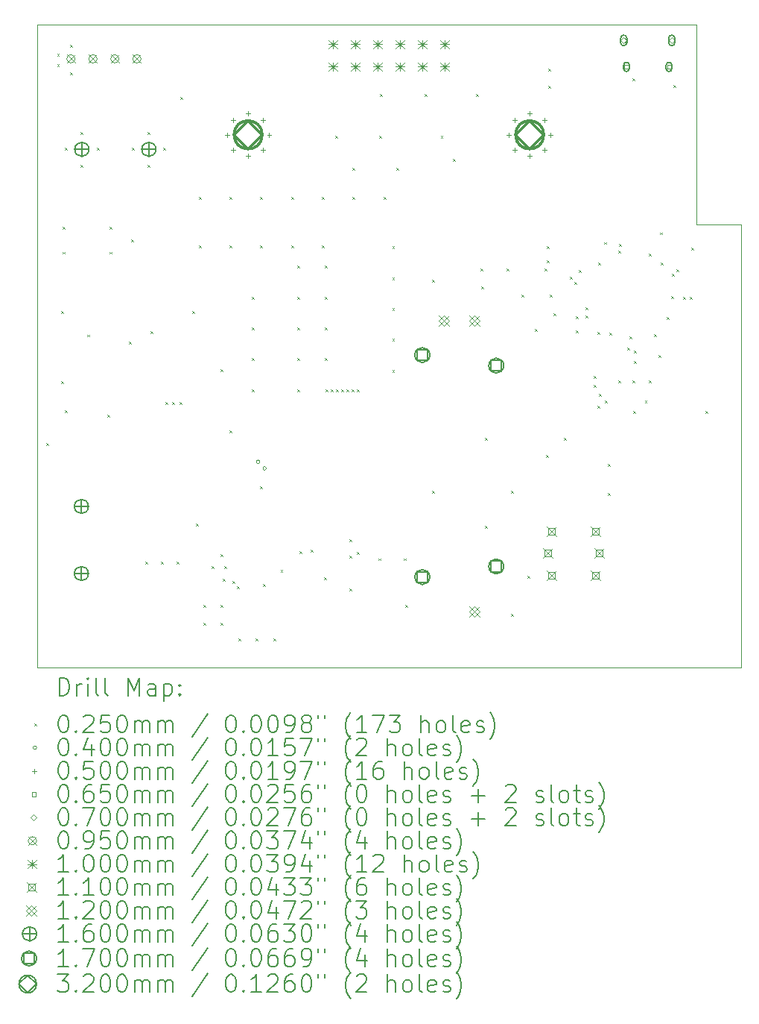
<source format=gbr>
%TF.GenerationSoftware,KiCad,Pcbnew,(6.0.9)*%
%TF.CreationDate,2023-01-29T21:25:21-08:00*%
%TF.ProjectId,RadarPanelController,52616461-7250-4616-9e65-6c436f6e7472,REV1*%
%TF.SameCoordinates,Original*%
%TF.FileFunction,Drillmap*%
%TF.FilePolarity,Positive*%
%FSLAX45Y45*%
G04 Gerber Fmt 4.5, Leading zero omitted, Abs format (unit mm)*
G04 Created by KiCad (PCBNEW (6.0.9)) date 2023-01-29 21:25:21*
%MOMM*%
%LPD*%
G01*
G04 APERTURE LIST*
%ADD10C,0.100000*%
%ADD11C,0.200000*%
%ADD12C,0.025000*%
%ADD13C,0.040000*%
%ADD14C,0.050000*%
%ADD15C,0.065000*%
%ADD16C,0.070000*%
%ADD17C,0.095000*%
%ADD18C,0.110000*%
%ADD19C,0.120000*%
%ADD20C,0.160000*%
%ADD21C,0.170000*%
%ADD22C,0.320000*%
G04 APERTURE END LIST*
D10*
X11000000Y-5270000D02*
X11000000Y-10300000D01*
X11000000Y-10300000D02*
X3000000Y-10300000D01*
X3000000Y-3000000D02*
X10500000Y-3000000D01*
X10500000Y-3000000D02*
X10500000Y-5270000D01*
X10500000Y-5270000D02*
X11000000Y-5270000D01*
X3000000Y-10300000D02*
X3000000Y-3000000D01*
D11*
D12*
X3107500Y-7747500D02*
X3132500Y-7772500D01*
X3132500Y-7747500D02*
X3107500Y-7772500D01*
X3227500Y-3327500D02*
X3252500Y-3352500D01*
X3252500Y-3327500D02*
X3227500Y-3352500D01*
X3227500Y-3447500D02*
X3252500Y-3472500D01*
X3252500Y-3447500D02*
X3227500Y-3472500D01*
X3277500Y-6247500D02*
X3302500Y-6272500D01*
X3302500Y-6247500D02*
X3277500Y-6272500D01*
X3277500Y-7047500D02*
X3302500Y-7072500D01*
X3302500Y-7047500D02*
X3277500Y-7072500D01*
X3287500Y-5297500D02*
X3312500Y-5322500D01*
X3312500Y-5297500D02*
X3287500Y-5322500D01*
X3287500Y-5577500D02*
X3312500Y-5602500D01*
X3312500Y-5577500D02*
X3287500Y-5602500D01*
X3317500Y-4397500D02*
X3342500Y-4422500D01*
X3342500Y-4397500D02*
X3317500Y-4422500D01*
X3317500Y-7377500D02*
X3342500Y-7402500D01*
X3342500Y-7377500D02*
X3317500Y-7402500D01*
X3377500Y-3227500D02*
X3402500Y-3252500D01*
X3402500Y-3227500D02*
X3377500Y-3252500D01*
X3377500Y-3537500D02*
X3402500Y-3562500D01*
X3402500Y-3537500D02*
X3377500Y-3562500D01*
X3497500Y-4217500D02*
X3522500Y-4242500D01*
X3522500Y-4217500D02*
X3497500Y-4242500D01*
X3497500Y-4587500D02*
X3522500Y-4612500D01*
X3522500Y-4587500D02*
X3497500Y-4612500D01*
X3567500Y-6517500D02*
X3592500Y-6542500D01*
X3592500Y-6517500D02*
X3567500Y-6542500D01*
X3677500Y-4397500D02*
X3702500Y-4422500D01*
X3702500Y-4397500D02*
X3677500Y-4422500D01*
X3797500Y-7427500D02*
X3822500Y-7452500D01*
X3822500Y-7427500D02*
X3797500Y-7452500D01*
X3827500Y-5297500D02*
X3852500Y-5322500D01*
X3852500Y-5297500D02*
X3827500Y-5322500D01*
X3827500Y-5577500D02*
X3852500Y-5602500D01*
X3852500Y-5577500D02*
X3827500Y-5602500D01*
X4047500Y-6597500D02*
X4072500Y-6622500D01*
X4072500Y-6597500D02*
X4047500Y-6622500D01*
X4067500Y-5437500D02*
X4092500Y-5462500D01*
X4092500Y-5437500D02*
X4067500Y-5462500D01*
X4077500Y-4397500D02*
X4102500Y-4422500D01*
X4102500Y-4397500D02*
X4077500Y-4422500D01*
X4227500Y-9097500D02*
X4252500Y-9122500D01*
X4252500Y-9097500D02*
X4227500Y-9122500D01*
X4257500Y-4217500D02*
X4282500Y-4242500D01*
X4282500Y-4217500D02*
X4257500Y-4242500D01*
X4257500Y-4587500D02*
X4282500Y-4612500D01*
X4282500Y-4587500D02*
X4257500Y-4612500D01*
X4287500Y-6477500D02*
X4312500Y-6502500D01*
X4312500Y-6477500D02*
X4287500Y-6502500D01*
X4407500Y-9097500D02*
X4432500Y-9122500D01*
X4432500Y-9097500D02*
X4407500Y-9122500D01*
X4437500Y-4397500D02*
X4462500Y-4422500D01*
X4462500Y-4397500D02*
X4437500Y-4422500D01*
X4457500Y-7287500D02*
X4482500Y-7312500D01*
X4482500Y-7287500D02*
X4457500Y-7312500D01*
X4537500Y-7287500D02*
X4562500Y-7312500D01*
X4562500Y-7287500D02*
X4537500Y-7312500D01*
X4587500Y-9097500D02*
X4612500Y-9122500D01*
X4612500Y-9097500D02*
X4587500Y-9122500D01*
X4617500Y-7287500D02*
X4642500Y-7312500D01*
X4642500Y-7287500D02*
X4617500Y-7312500D01*
X4627500Y-3817500D02*
X4652500Y-3842500D01*
X4652500Y-3817500D02*
X4627500Y-3842500D01*
X4767500Y-6247500D02*
X4792500Y-6272500D01*
X4792500Y-6247500D02*
X4767500Y-6272500D01*
X4807500Y-8667500D02*
X4832500Y-8692500D01*
X4832500Y-8667500D02*
X4807500Y-8692500D01*
X4837500Y-4957500D02*
X4862500Y-4982500D01*
X4862500Y-4957500D02*
X4837500Y-4982500D01*
X4837500Y-5507500D02*
X4862500Y-5532500D01*
X4862500Y-5507500D02*
X4837500Y-5532500D01*
X4887500Y-9587500D02*
X4912500Y-9612500D01*
X4912500Y-9587500D02*
X4887500Y-9612500D01*
X4887500Y-9787500D02*
X4912500Y-9812500D01*
X4912500Y-9787500D02*
X4887500Y-9812500D01*
X4987500Y-9147500D02*
X5012500Y-9172500D01*
X5012500Y-9147500D02*
X4987500Y-9172500D01*
X5087500Y-6907500D02*
X5112500Y-6932500D01*
X5112500Y-6907500D02*
X5087500Y-6932500D01*
X5087500Y-9007500D02*
X5112500Y-9032500D01*
X5112500Y-9007500D02*
X5087500Y-9032500D01*
X5087500Y-9587500D02*
X5112500Y-9612500D01*
X5112500Y-9587500D02*
X5087500Y-9612500D01*
X5087500Y-9787500D02*
X5112500Y-9812500D01*
X5112500Y-9787500D02*
X5087500Y-9812500D01*
X5107500Y-9287500D02*
X5132500Y-9312500D01*
X5132500Y-9287500D02*
X5107500Y-9312500D01*
X5127500Y-9147500D02*
X5152500Y-9172500D01*
X5152500Y-9147500D02*
X5127500Y-9172500D01*
X5187500Y-4957500D02*
X5212500Y-4982500D01*
X5212500Y-4957500D02*
X5187500Y-4982500D01*
X5187500Y-5507500D02*
X5212500Y-5532500D01*
X5212500Y-5507500D02*
X5187500Y-5532500D01*
X5187500Y-7607500D02*
X5212500Y-7632500D01*
X5212500Y-7607500D02*
X5187500Y-7632500D01*
X5219216Y-9319216D02*
X5244216Y-9344216D01*
X5244216Y-9319216D02*
X5219216Y-9344216D01*
X5275784Y-9375784D02*
X5300784Y-9400784D01*
X5300784Y-9375784D02*
X5275784Y-9400784D01*
X5287500Y-9967500D02*
X5312500Y-9992500D01*
X5312500Y-9967500D02*
X5287500Y-9992500D01*
X5437500Y-6087500D02*
X5462500Y-6112500D01*
X5462500Y-6087500D02*
X5437500Y-6112500D01*
X5437500Y-6437500D02*
X5462500Y-6462500D01*
X5462500Y-6437500D02*
X5437500Y-6462500D01*
X5437500Y-6787500D02*
X5462500Y-6812500D01*
X5462500Y-6787500D02*
X5437500Y-6812500D01*
X5437500Y-7137500D02*
X5462500Y-7162500D01*
X5462500Y-7137500D02*
X5437500Y-7162500D01*
X5487500Y-9967500D02*
X5512500Y-9992500D01*
X5512500Y-9967500D02*
X5487500Y-9992500D01*
X5537500Y-4957500D02*
X5562500Y-4982500D01*
X5562500Y-4957500D02*
X5537500Y-4982500D01*
X5537500Y-5507500D02*
X5562500Y-5532500D01*
X5562500Y-5507500D02*
X5537500Y-5532500D01*
X5537500Y-8237500D02*
X5562500Y-8262500D01*
X5562500Y-8237500D02*
X5537500Y-8262500D01*
X5567500Y-9347500D02*
X5592500Y-9372500D01*
X5592500Y-9347500D02*
X5567500Y-9372500D01*
X5687500Y-9967500D02*
X5712500Y-9992500D01*
X5712500Y-9967500D02*
X5687500Y-9992500D01*
X5767500Y-9187500D02*
X5792500Y-9212500D01*
X5792500Y-9187500D02*
X5767500Y-9212500D01*
X5887500Y-4957500D02*
X5912500Y-4982500D01*
X5912500Y-4957500D02*
X5887500Y-4982500D01*
X5887500Y-5507500D02*
X5912500Y-5532500D01*
X5912500Y-5507500D02*
X5887500Y-5532500D01*
X5957500Y-5737500D02*
X5982500Y-5762500D01*
X5982500Y-5737500D02*
X5957500Y-5762500D01*
X5957500Y-6087500D02*
X5982500Y-6112500D01*
X5982500Y-6087500D02*
X5957500Y-6112500D01*
X5957500Y-6437500D02*
X5982500Y-6462500D01*
X5982500Y-6437500D02*
X5957500Y-6462500D01*
X5957500Y-6787500D02*
X5982500Y-6812500D01*
X5982500Y-6787500D02*
X5957500Y-6812500D01*
X5957500Y-7137500D02*
X5982500Y-7162500D01*
X5982500Y-7137500D02*
X5957500Y-7162500D01*
X5980000Y-8975000D02*
X6005000Y-9000000D01*
X6005000Y-8975000D02*
X5980000Y-9000000D01*
X6107500Y-8957500D02*
X6132500Y-8982500D01*
X6132500Y-8957500D02*
X6107500Y-8982500D01*
X6237500Y-4957500D02*
X6262500Y-4982500D01*
X6262500Y-4957500D02*
X6237500Y-4982500D01*
X6237500Y-5507500D02*
X6262500Y-5532500D01*
X6262500Y-5507500D02*
X6237500Y-5532500D01*
X6260000Y-9275000D02*
X6285000Y-9300000D01*
X6285000Y-9275000D02*
X6260000Y-9300000D01*
X6267500Y-5737500D02*
X6292500Y-5762500D01*
X6292500Y-5737500D02*
X6267500Y-5762500D01*
X6267500Y-6087500D02*
X6292500Y-6112500D01*
X6292500Y-6087500D02*
X6267500Y-6112500D01*
X6267500Y-6437500D02*
X6292500Y-6462500D01*
X6292500Y-6437500D02*
X6267500Y-6462500D01*
X6267500Y-6787500D02*
X6292500Y-6812500D01*
X6292500Y-6787500D02*
X6267500Y-6812500D01*
X6277500Y-7137500D02*
X6302500Y-7162500D01*
X6302500Y-7137500D02*
X6277500Y-7162500D01*
X6337500Y-7137500D02*
X6362500Y-7162500D01*
X6362500Y-7137500D02*
X6337500Y-7162500D01*
X6387500Y-4257500D02*
X6412500Y-4282500D01*
X6412500Y-4257500D02*
X6387500Y-4282500D01*
X6397500Y-7137500D02*
X6422500Y-7162500D01*
X6422500Y-7137500D02*
X6397500Y-7162500D01*
X6457500Y-7137500D02*
X6482500Y-7162500D01*
X6482500Y-7137500D02*
X6457500Y-7162500D01*
X6517500Y-7137500D02*
X6542500Y-7162500D01*
X6542500Y-7137500D02*
X6517500Y-7162500D01*
X6547500Y-8837500D02*
X6572500Y-8862500D01*
X6572500Y-8837500D02*
X6547500Y-8862500D01*
X6547500Y-9027500D02*
X6572500Y-9052500D01*
X6572500Y-9027500D02*
X6547500Y-9052500D01*
X6547500Y-9397500D02*
X6572500Y-9422500D01*
X6572500Y-9397500D02*
X6547500Y-9422500D01*
X6577500Y-7137500D02*
X6602500Y-7162500D01*
X6602500Y-7137500D02*
X6577500Y-7162500D01*
X6587500Y-4627500D02*
X6612500Y-4652500D01*
X6612500Y-4627500D02*
X6587500Y-4652500D01*
X6587500Y-4957500D02*
X6612500Y-4982500D01*
X6612500Y-4957500D02*
X6587500Y-4982500D01*
X6637500Y-7137500D02*
X6662500Y-7162500D01*
X6662500Y-7137500D02*
X6637500Y-7162500D01*
X6637500Y-8987500D02*
X6662500Y-9012500D01*
X6662500Y-8987500D02*
X6637500Y-9012500D01*
X6877500Y-9057500D02*
X6902500Y-9082500D01*
X6902500Y-9057500D02*
X6877500Y-9082500D01*
X6887500Y-4257500D02*
X6912500Y-4282500D01*
X6912500Y-4257500D02*
X6887500Y-4282500D01*
X6897500Y-3787500D02*
X6922500Y-3812500D01*
X6922500Y-3787500D02*
X6897500Y-3812500D01*
X6937500Y-4957500D02*
X6962500Y-4982500D01*
X6962500Y-4957500D02*
X6937500Y-4982500D01*
X7037500Y-5517500D02*
X7062500Y-5542500D01*
X7062500Y-5517500D02*
X7037500Y-5542500D01*
X7037500Y-5867500D02*
X7062500Y-5892500D01*
X7062500Y-5867500D02*
X7037500Y-5892500D01*
X7037500Y-6217500D02*
X7062500Y-6242500D01*
X7062500Y-6217500D02*
X7037500Y-6242500D01*
X7037500Y-6567500D02*
X7062500Y-6592500D01*
X7062500Y-6567500D02*
X7037500Y-6592500D01*
X7037500Y-6917500D02*
X7062500Y-6942500D01*
X7062500Y-6917500D02*
X7037500Y-6942500D01*
X7087500Y-4627500D02*
X7112500Y-4652500D01*
X7112500Y-4627500D02*
X7087500Y-4652500D01*
X7167500Y-9057500D02*
X7192500Y-9082500D01*
X7192500Y-9057500D02*
X7167500Y-9082500D01*
X7187500Y-9587500D02*
X7212500Y-9612500D01*
X7212500Y-9587500D02*
X7187500Y-9612500D01*
X7407500Y-3787500D02*
X7432500Y-3812500D01*
X7432500Y-3787500D02*
X7407500Y-3812500D01*
X7487500Y-5897500D02*
X7512500Y-5922500D01*
X7512500Y-5897500D02*
X7487500Y-5922500D01*
X7487500Y-8287500D02*
X7512500Y-8312500D01*
X7512500Y-8287500D02*
X7487500Y-8312500D01*
X7587500Y-4257500D02*
X7612500Y-4282500D01*
X7612500Y-4257500D02*
X7587500Y-4282500D01*
X7725000Y-4520000D02*
X7750000Y-4545000D01*
X7750000Y-4520000D02*
X7725000Y-4545000D01*
X7987500Y-3787500D02*
X8012500Y-3812500D01*
X8012500Y-3787500D02*
X7987500Y-3812500D01*
X8037500Y-5767500D02*
X8062500Y-5792500D01*
X8062500Y-5767500D02*
X8037500Y-5792500D01*
X8047500Y-5967500D02*
X8072500Y-5992500D01*
X8072500Y-5967500D02*
X8047500Y-5992500D01*
X8087500Y-7687500D02*
X8112500Y-7712500D01*
X8112500Y-7687500D02*
X8087500Y-7712500D01*
X8087500Y-8687500D02*
X8112500Y-8712500D01*
X8112500Y-8687500D02*
X8087500Y-8712500D01*
X8337500Y-5767500D02*
X8362500Y-5792500D01*
X8362500Y-5767500D02*
X8337500Y-5792500D01*
X8387500Y-8287500D02*
X8412500Y-8312500D01*
X8412500Y-8287500D02*
X8387500Y-8312500D01*
X8387500Y-9687500D02*
X8412500Y-9712500D01*
X8412500Y-9687500D02*
X8387500Y-9712500D01*
X8507500Y-6067500D02*
X8532500Y-6092500D01*
X8532500Y-6067500D02*
X8507500Y-6092500D01*
X8577500Y-9257500D02*
X8602500Y-9282500D01*
X8602500Y-9257500D02*
X8577500Y-9282500D01*
X8657500Y-6457500D02*
X8682500Y-6482500D01*
X8682500Y-6457500D02*
X8657500Y-6482500D01*
X8767500Y-5767500D02*
X8792500Y-5792500D01*
X8792500Y-5767500D02*
X8767500Y-5792500D01*
X8787500Y-7887500D02*
X8812500Y-7912500D01*
X8812500Y-7887500D02*
X8787500Y-7912500D01*
X8797500Y-5517500D02*
X8822500Y-5542500D01*
X8822500Y-5517500D02*
X8797500Y-5542500D01*
X8797500Y-5677500D02*
X8822500Y-5702500D01*
X8822500Y-5677500D02*
X8797500Y-5702500D01*
X8807500Y-3497500D02*
X8832500Y-3522500D01*
X8832500Y-3497500D02*
X8807500Y-3522500D01*
X8807500Y-3697500D02*
X8832500Y-3722500D01*
X8832500Y-3697500D02*
X8807500Y-3722500D01*
X8827500Y-6067500D02*
X8852500Y-6092500D01*
X8852500Y-6067500D02*
X8827500Y-6092500D01*
X8867500Y-6277500D02*
X8892500Y-6302500D01*
X8892500Y-6277500D02*
X8867500Y-6302500D01*
X8987500Y-7687500D02*
X9012500Y-7712500D01*
X9012500Y-7687500D02*
X8987500Y-7712500D01*
X9057500Y-5857500D02*
X9082500Y-5882500D01*
X9082500Y-5857500D02*
X9057500Y-5882500D01*
X9107500Y-5917500D02*
X9132500Y-5942500D01*
X9132500Y-5917500D02*
X9107500Y-5942500D01*
X9127500Y-6307500D02*
X9152500Y-6332500D01*
X9152500Y-6307500D02*
X9127500Y-6332500D01*
X9127500Y-6467500D02*
X9152500Y-6492500D01*
X9152500Y-6467500D02*
X9127500Y-6492500D01*
X9157500Y-5787500D02*
X9182500Y-5812500D01*
X9182500Y-5787500D02*
X9157500Y-5812500D01*
X9237500Y-6207500D02*
X9262500Y-6232500D01*
X9262500Y-6207500D02*
X9237500Y-6232500D01*
X9237500Y-6297500D02*
X9262500Y-6322500D01*
X9262500Y-6297500D02*
X9237500Y-6322500D01*
X9327500Y-6987500D02*
X9352500Y-7012500D01*
X9352500Y-6987500D02*
X9327500Y-7012500D01*
X9327500Y-7087500D02*
X9352500Y-7112500D01*
X9352500Y-7087500D02*
X9327500Y-7112500D01*
X9367500Y-6487500D02*
X9392500Y-6512500D01*
X9392500Y-6487500D02*
X9367500Y-6512500D01*
X9367500Y-7327500D02*
X9392500Y-7352500D01*
X9392500Y-7327500D02*
X9367500Y-7352500D01*
X9377500Y-5697500D02*
X9402500Y-5722500D01*
X9402500Y-5697500D02*
X9377500Y-5722500D01*
X9387500Y-7187500D02*
X9412500Y-7212500D01*
X9412500Y-7187500D02*
X9387500Y-7212500D01*
X9447500Y-5467500D02*
X9472500Y-5492500D01*
X9472500Y-5467500D02*
X9447500Y-5492500D01*
X9457500Y-7267500D02*
X9482500Y-7292500D01*
X9482500Y-7267500D02*
X9457500Y-7292500D01*
X9487500Y-7987500D02*
X9512500Y-8012500D01*
X9512500Y-7987500D02*
X9487500Y-8012500D01*
X9487500Y-8317500D02*
X9512500Y-8342500D01*
X9512500Y-8317500D02*
X9487500Y-8342500D01*
X9507500Y-6497500D02*
X9532500Y-6522500D01*
X9532500Y-6497500D02*
X9507500Y-6522500D01*
X9607500Y-5567500D02*
X9632500Y-5592500D01*
X9632500Y-5567500D02*
X9607500Y-5592500D01*
X9607500Y-7037500D02*
X9632500Y-7062500D01*
X9632500Y-7037500D02*
X9607500Y-7062500D01*
X9612500Y-5492500D02*
X9637500Y-5517500D01*
X9637500Y-5492500D02*
X9612500Y-5517500D01*
X9707500Y-6667500D02*
X9732500Y-6692500D01*
X9732500Y-6667500D02*
X9707500Y-6692500D01*
X9736725Y-6538275D02*
X9761725Y-6563275D01*
X9761725Y-6538275D02*
X9736725Y-6563275D01*
X9767500Y-3607500D02*
X9792500Y-3632500D01*
X9792500Y-3607500D02*
X9767500Y-3632500D01*
X9767500Y-7037500D02*
X9792500Y-7062500D01*
X9792500Y-7037500D02*
X9767500Y-7062500D01*
X9777500Y-7387500D02*
X9802500Y-7412500D01*
X9802500Y-7387500D02*
X9777500Y-7412500D01*
X9782500Y-6702500D02*
X9807500Y-6727500D01*
X9807500Y-6702500D02*
X9782500Y-6727500D01*
X9787500Y-6817500D02*
X9812500Y-6842500D01*
X9812500Y-6817500D02*
X9787500Y-6842500D01*
X9907500Y-7267500D02*
X9932500Y-7292500D01*
X9932500Y-7267500D02*
X9907500Y-7292500D01*
X9952500Y-5602500D02*
X9977500Y-5627500D01*
X9977500Y-5602500D02*
X9952500Y-5627500D01*
X9957500Y-7037500D02*
X9982500Y-7062500D01*
X9982500Y-7037500D02*
X9957500Y-7062500D01*
X10016170Y-6516170D02*
X10041170Y-6541170D01*
X10041170Y-6516170D02*
X10016170Y-6541170D01*
X10067500Y-6747500D02*
X10092500Y-6772500D01*
X10092500Y-6747500D02*
X10067500Y-6772500D01*
X10077500Y-5357500D02*
X10102500Y-5382500D01*
X10102500Y-5357500D02*
X10077500Y-5382500D01*
X10092500Y-5702500D02*
X10117500Y-5727500D01*
X10117500Y-5702500D02*
X10092500Y-5727500D01*
X10157500Y-6317500D02*
X10182500Y-6342500D01*
X10182500Y-6317500D02*
X10157500Y-6342500D01*
X10207500Y-6077500D02*
X10232500Y-6102500D01*
X10232500Y-6077500D02*
X10207500Y-6102500D01*
X10217500Y-5827500D02*
X10242500Y-5852500D01*
X10242500Y-5827500D02*
X10217500Y-5852500D01*
X10237500Y-3687500D02*
X10262500Y-3712500D01*
X10262500Y-3687500D02*
X10237500Y-3712500D01*
X10267500Y-5777500D02*
X10292500Y-5802500D01*
X10292500Y-5777500D02*
X10267500Y-5802500D01*
X10347500Y-6087500D02*
X10372500Y-6112500D01*
X10372500Y-6087500D02*
X10347500Y-6112500D01*
X10417500Y-6087500D02*
X10442500Y-6112500D01*
X10442500Y-6087500D02*
X10417500Y-6112500D01*
X10437500Y-5527500D02*
X10462500Y-5552500D01*
X10462500Y-5527500D02*
X10437500Y-5552500D01*
X10597500Y-7387500D02*
X10622500Y-7412500D01*
X10622500Y-7387500D02*
X10597500Y-7412500D01*
D13*
X5532877Y-7962877D02*
G75*
G03*
X5532877Y-7962877I-20000J0D01*
G01*
X5607123Y-8037123D02*
G75*
G03*
X5607123Y-8037123I-20000J0D01*
G01*
D14*
X5160000Y-4225000D02*
X5160000Y-4275000D01*
X5135000Y-4250000D02*
X5185000Y-4250000D01*
X5230294Y-4055294D02*
X5230294Y-4105294D01*
X5205294Y-4080294D02*
X5255294Y-4080294D01*
X5230294Y-4394706D02*
X5230294Y-4444706D01*
X5205294Y-4419706D02*
X5255294Y-4419706D01*
X5400000Y-3985000D02*
X5400000Y-4035000D01*
X5375000Y-4010000D02*
X5425000Y-4010000D01*
X5400000Y-4465000D02*
X5400000Y-4515000D01*
X5375000Y-4490000D02*
X5425000Y-4490000D01*
X5569706Y-4055294D02*
X5569706Y-4105294D01*
X5544706Y-4080294D02*
X5594706Y-4080294D01*
X5569706Y-4394706D02*
X5569706Y-4444706D01*
X5544706Y-4419706D02*
X5594706Y-4419706D01*
X5640000Y-4225000D02*
X5640000Y-4275000D01*
X5615000Y-4250000D02*
X5665000Y-4250000D01*
X8360000Y-4225000D02*
X8360000Y-4275000D01*
X8335000Y-4250000D02*
X8385000Y-4250000D01*
X8430294Y-4055294D02*
X8430294Y-4105294D01*
X8405294Y-4080294D02*
X8455294Y-4080294D01*
X8430294Y-4394706D02*
X8430294Y-4444706D01*
X8405294Y-4419706D02*
X8455294Y-4419706D01*
X8600000Y-3985000D02*
X8600000Y-4035000D01*
X8575000Y-4010000D02*
X8625000Y-4010000D01*
X8600000Y-4465000D02*
X8600000Y-4515000D01*
X8575000Y-4490000D02*
X8625000Y-4490000D01*
X8769706Y-4055294D02*
X8769706Y-4105294D01*
X8744706Y-4080294D02*
X8794706Y-4080294D01*
X8769706Y-4394706D02*
X8769706Y-4444706D01*
X8744706Y-4419706D02*
X8794706Y-4419706D01*
X8840000Y-4225000D02*
X8840000Y-4275000D01*
X8815000Y-4250000D02*
X8865000Y-4250000D01*
D15*
X9723481Y-3501481D02*
X9723481Y-3455519D01*
X9677519Y-3455519D01*
X9677519Y-3501481D01*
X9723481Y-3501481D01*
D11*
X9668000Y-3458500D02*
X9668000Y-3498500D01*
X9733000Y-3458500D02*
X9733000Y-3498500D01*
X9668000Y-3498500D02*
G75*
G03*
X9733000Y-3498500I32500J0D01*
G01*
X9733000Y-3458500D02*
G75*
G03*
X9668000Y-3458500I-32500J0D01*
G01*
D15*
X10207481Y-3501481D02*
X10207481Y-3455519D01*
X10161519Y-3455519D01*
X10161519Y-3501481D01*
X10207481Y-3501481D01*
D11*
X10152000Y-3458500D02*
X10152000Y-3498500D01*
X10217000Y-3458500D02*
X10217000Y-3498500D01*
X10152000Y-3498500D02*
G75*
G03*
X10217000Y-3498500I32500J0D01*
G01*
X10217000Y-3458500D02*
G75*
G03*
X10152000Y-3458500I-32500J0D01*
G01*
D16*
X9669500Y-3213500D02*
X9704500Y-3178500D01*
X9669500Y-3143500D01*
X9634500Y-3178500D01*
X9669500Y-3213500D01*
D11*
X9634500Y-3153500D02*
X9634500Y-3203500D01*
X9704500Y-3153500D02*
X9704500Y-3203500D01*
X9634500Y-3203500D02*
G75*
G03*
X9704500Y-3203500I35000J0D01*
G01*
X9704500Y-3153500D02*
G75*
G03*
X9634500Y-3153500I-35000J0D01*
G01*
D16*
X10215500Y-3213500D02*
X10250500Y-3178500D01*
X10215500Y-3143500D01*
X10180500Y-3178500D01*
X10215500Y-3213500D01*
D11*
X10180500Y-3153500D02*
X10180500Y-3203500D01*
X10250500Y-3153500D02*
X10250500Y-3203500D01*
X10180500Y-3203500D02*
G75*
G03*
X10250500Y-3203500I35000J0D01*
G01*
X10250500Y-3153500D02*
G75*
G03*
X10180500Y-3153500I-35000J0D01*
G01*
D17*
X3337500Y-3340000D02*
X3432500Y-3435000D01*
X3432500Y-3340000D02*
X3337500Y-3435000D01*
X3432500Y-3387500D02*
G75*
G03*
X3432500Y-3387500I-47500J0D01*
G01*
X3587500Y-3340000D02*
X3682500Y-3435000D01*
X3682500Y-3340000D02*
X3587500Y-3435000D01*
X3682500Y-3387500D02*
G75*
G03*
X3682500Y-3387500I-47500J0D01*
G01*
X3837500Y-3340000D02*
X3932500Y-3435000D01*
X3932500Y-3340000D02*
X3837500Y-3435000D01*
X3932500Y-3387500D02*
G75*
G03*
X3932500Y-3387500I-47500J0D01*
G01*
X4087500Y-3340000D02*
X4182500Y-3435000D01*
X4182500Y-3340000D02*
X4087500Y-3435000D01*
X4182500Y-3387500D02*
G75*
G03*
X4182500Y-3387500I-47500J0D01*
G01*
D10*
X6315000Y-3173500D02*
X6415000Y-3273500D01*
X6415000Y-3173500D02*
X6315000Y-3273500D01*
X6365000Y-3173500D02*
X6365000Y-3273500D01*
X6315000Y-3223500D02*
X6415000Y-3223500D01*
X6315000Y-3427500D02*
X6415000Y-3527500D01*
X6415000Y-3427500D02*
X6315000Y-3527500D01*
X6365000Y-3427500D02*
X6365000Y-3527500D01*
X6315000Y-3477500D02*
X6415000Y-3477500D01*
X6569000Y-3173500D02*
X6669000Y-3273500D01*
X6669000Y-3173500D02*
X6569000Y-3273500D01*
X6619000Y-3173500D02*
X6619000Y-3273500D01*
X6569000Y-3223500D02*
X6669000Y-3223500D01*
X6569000Y-3427500D02*
X6669000Y-3527500D01*
X6669000Y-3427500D02*
X6569000Y-3527500D01*
X6619000Y-3427500D02*
X6619000Y-3527500D01*
X6569000Y-3477500D02*
X6669000Y-3477500D01*
X6823000Y-3173500D02*
X6923000Y-3273500D01*
X6923000Y-3173500D02*
X6823000Y-3273500D01*
X6873000Y-3173500D02*
X6873000Y-3273500D01*
X6823000Y-3223500D02*
X6923000Y-3223500D01*
X6823000Y-3427500D02*
X6923000Y-3527500D01*
X6923000Y-3427500D02*
X6823000Y-3527500D01*
X6873000Y-3427500D02*
X6873000Y-3527500D01*
X6823000Y-3477500D02*
X6923000Y-3477500D01*
X7077000Y-3173500D02*
X7177000Y-3273500D01*
X7177000Y-3173500D02*
X7077000Y-3273500D01*
X7127000Y-3173500D02*
X7127000Y-3273500D01*
X7077000Y-3223500D02*
X7177000Y-3223500D01*
X7077000Y-3427500D02*
X7177000Y-3527500D01*
X7177000Y-3427500D02*
X7077000Y-3527500D01*
X7127000Y-3427500D02*
X7127000Y-3527500D01*
X7077000Y-3477500D02*
X7177000Y-3477500D01*
X7331000Y-3173500D02*
X7431000Y-3273500D01*
X7431000Y-3173500D02*
X7331000Y-3273500D01*
X7381000Y-3173500D02*
X7381000Y-3273500D01*
X7331000Y-3223500D02*
X7431000Y-3223500D01*
X7331000Y-3427500D02*
X7431000Y-3527500D01*
X7431000Y-3427500D02*
X7331000Y-3527500D01*
X7381000Y-3427500D02*
X7381000Y-3527500D01*
X7331000Y-3477500D02*
X7431000Y-3477500D01*
X7585000Y-3173500D02*
X7685000Y-3273500D01*
X7685000Y-3173500D02*
X7585000Y-3273500D01*
X7635000Y-3173500D02*
X7635000Y-3273500D01*
X7585000Y-3223500D02*
X7685000Y-3223500D01*
X7585000Y-3427500D02*
X7685000Y-3527500D01*
X7685000Y-3427500D02*
X7585000Y-3527500D01*
X7635000Y-3427500D02*
X7635000Y-3527500D01*
X7585000Y-3477500D02*
X7685000Y-3477500D01*
D18*
X8755000Y-8945000D02*
X8865000Y-9055000D01*
X8865000Y-8945000D02*
X8755000Y-9055000D01*
X8848891Y-9038891D02*
X8848891Y-8961109D01*
X8771109Y-8961109D01*
X8771109Y-9038891D01*
X8848891Y-9038891D01*
X8795000Y-8695000D02*
X8905000Y-8805000D01*
X8905000Y-8695000D02*
X8795000Y-8805000D01*
X8888891Y-8788891D02*
X8888891Y-8711109D01*
X8811109Y-8711109D01*
X8811109Y-8788891D01*
X8888891Y-8788891D01*
X8795000Y-9195000D02*
X8905000Y-9305000D01*
X8905000Y-9195000D02*
X8795000Y-9305000D01*
X8888891Y-9288891D02*
X8888891Y-9211109D01*
X8811109Y-9211109D01*
X8811109Y-9288891D01*
X8888891Y-9288891D01*
X9295000Y-8695000D02*
X9405000Y-8805000D01*
X9405000Y-8695000D02*
X9295000Y-8805000D01*
X9388891Y-8788891D02*
X9388891Y-8711109D01*
X9311109Y-8711109D01*
X9311109Y-8788891D01*
X9388891Y-8788891D01*
X9295000Y-9195000D02*
X9405000Y-9305000D01*
X9405000Y-9195000D02*
X9295000Y-9305000D01*
X9388891Y-9288891D02*
X9388891Y-9211109D01*
X9311109Y-9211109D01*
X9311109Y-9288891D01*
X9388891Y-9288891D01*
X9335000Y-8945000D02*
X9445000Y-9055000D01*
X9445000Y-8945000D02*
X9335000Y-9055000D01*
X9428891Y-9038891D02*
X9428891Y-8961109D01*
X9351109Y-8961109D01*
X9351109Y-9038891D01*
X9428891Y-9038891D01*
D19*
X7565000Y-6300500D02*
X7685000Y-6420500D01*
X7685000Y-6300500D02*
X7565000Y-6420500D01*
X7625000Y-6420500D02*
X7685000Y-6360500D01*
X7625000Y-6300500D01*
X7565000Y-6360500D01*
X7625000Y-6420500D01*
X7915000Y-6300500D02*
X8035000Y-6420500D01*
X8035000Y-6300500D02*
X7915000Y-6420500D01*
X7975000Y-6420500D02*
X8035000Y-6360500D01*
X7975000Y-6300500D01*
X7915000Y-6360500D01*
X7975000Y-6420500D01*
X7915000Y-9600500D02*
X8035000Y-9720500D01*
X8035000Y-9600500D02*
X7915000Y-9720500D01*
X7975000Y-9720500D02*
X8035000Y-9660500D01*
X7975000Y-9600500D01*
X7915000Y-9660500D01*
X7975000Y-9720500D01*
D20*
X3505000Y-8389000D02*
X3505000Y-8549000D01*
X3425000Y-8469000D02*
X3585000Y-8469000D01*
X3585000Y-8469000D02*
G75*
G03*
X3585000Y-8469000I-80000J0D01*
G01*
X3505000Y-9151000D02*
X3505000Y-9311000D01*
X3425000Y-9231000D02*
X3585000Y-9231000D01*
X3585000Y-9231000D02*
G75*
G03*
X3585000Y-9231000I-80000J0D01*
G01*
X3509000Y-4335000D02*
X3509000Y-4495000D01*
X3429000Y-4415000D02*
X3589000Y-4415000D01*
X3589000Y-4415000D02*
G75*
G03*
X3589000Y-4415000I-80000J0D01*
G01*
X4271000Y-4335000D02*
X4271000Y-4495000D01*
X4191000Y-4415000D02*
X4351000Y-4415000D01*
X4351000Y-4415000D02*
G75*
G03*
X4351000Y-4415000I-80000J0D01*
G01*
D21*
X7440105Y-6810605D02*
X7440105Y-6690395D01*
X7319895Y-6690395D01*
X7319895Y-6810605D01*
X7440105Y-6810605D01*
X7465000Y-6750500D02*
G75*
G03*
X7465000Y-6750500I-85000J0D01*
G01*
X7440105Y-9330605D02*
X7440105Y-9210395D01*
X7319895Y-9210395D01*
X7319895Y-9330605D01*
X7440105Y-9330605D01*
X7465000Y-9270500D02*
G75*
G03*
X7465000Y-9270500I-85000J0D01*
G01*
X8280105Y-6930605D02*
X8280105Y-6810395D01*
X8159895Y-6810395D01*
X8159895Y-6930605D01*
X8280105Y-6930605D01*
X8305000Y-6870500D02*
G75*
G03*
X8305000Y-6870500I-85000J0D01*
G01*
X8280105Y-9210605D02*
X8280105Y-9090395D01*
X8159895Y-9090395D01*
X8159895Y-9210605D01*
X8280105Y-9210605D01*
X8305000Y-9150500D02*
G75*
G03*
X8305000Y-9150500I-85000J0D01*
G01*
D22*
X5400000Y-4410000D02*
X5560000Y-4250000D01*
X5400000Y-4090000D01*
X5240000Y-4250000D01*
X5400000Y-4410000D01*
X5560000Y-4250000D02*
G75*
G03*
X5560000Y-4250000I-160000J0D01*
G01*
X8600000Y-4410000D02*
X8760000Y-4250000D01*
X8600000Y-4090000D01*
X8440000Y-4250000D01*
X8600000Y-4410000D01*
X8760000Y-4250000D02*
G75*
G03*
X8760000Y-4250000I-160000J0D01*
G01*
D11*
X3252619Y-10615476D02*
X3252619Y-10415476D01*
X3300238Y-10415476D01*
X3328809Y-10425000D01*
X3347857Y-10444048D01*
X3357381Y-10463095D01*
X3366905Y-10501190D01*
X3366905Y-10529762D01*
X3357381Y-10567857D01*
X3347857Y-10586905D01*
X3328809Y-10605952D01*
X3300238Y-10615476D01*
X3252619Y-10615476D01*
X3452619Y-10615476D02*
X3452619Y-10482143D01*
X3452619Y-10520238D02*
X3462143Y-10501190D01*
X3471667Y-10491667D01*
X3490714Y-10482143D01*
X3509762Y-10482143D01*
X3576428Y-10615476D02*
X3576428Y-10482143D01*
X3576428Y-10415476D02*
X3566905Y-10425000D01*
X3576428Y-10434524D01*
X3585952Y-10425000D01*
X3576428Y-10415476D01*
X3576428Y-10434524D01*
X3700238Y-10615476D02*
X3681190Y-10605952D01*
X3671667Y-10586905D01*
X3671667Y-10415476D01*
X3805000Y-10615476D02*
X3785952Y-10605952D01*
X3776428Y-10586905D01*
X3776428Y-10415476D01*
X4033571Y-10615476D02*
X4033571Y-10415476D01*
X4100238Y-10558333D01*
X4166905Y-10415476D01*
X4166905Y-10615476D01*
X4347857Y-10615476D02*
X4347857Y-10510714D01*
X4338333Y-10491667D01*
X4319286Y-10482143D01*
X4281190Y-10482143D01*
X4262143Y-10491667D01*
X4347857Y-10605952D02*
X4328810Y-10615476D01*
X4281190Y-10615476D01*
X4262143Y-10605952D01*
X4252619Y-10586905D01*
X4252619Y-10567857D01*
X4262143Y-10548810D01*
X4281190Y-10539286D01*
X4328810Y-10539286D01*
X4347857Y-10529762D01*
X4443095Y-10482143D02*
X4443095Y-10682143D01*
X4443095Y-10491667D02*
X4462143Y-10482143D01*
X4500238Y-10482143D01*
X4519286Y-10491667D01*
X4528810Y-10501190D01*
X4538333Y-10520238D01*
X4538333Y-10577381D01*
X4528810Y-10596429D01*
X4519286Y-10605952D01*
X4500238Y-10615476D01*
X4462143Y-10615476D01*
X4443095Y-10605952D01*
X4624048Y-10596429D02*
X4633571Y-10605952D01*
X4624048Y-10615476D01*
X4614524Y-10605952D01*
X4624048Y-10596429D01*
X4624048Y-10615476D01*
X4624048Y-10491667D02*
X4633571Y-10501190D01*
X4624048Y-10510714D01*
X4614524Y-10501190D01*
X4624048Y-10491667D01*
X4624048Y-10510714D01*
D12*
X2970000Y-10932500D02*
X2995000Y-10957500D01*
X2995000Y-10932500D02*
X2970000Y-10957500D01*
D11*
X3290714Y-10835476D02*
X3309762Y-10835476D01*
X3328809Y-10845000D01*
X3338333Y-10854524D01*
X3347857Y-10873571D01*
X3357381Y-10911667D01*
X3357381Y-10959286D01*
X3347857Y-10997381D01*
X3338333Y-11016429D01*
X3328809Y-11025952D01*
X3309762Y-11035476D01*
X3290714Y-11035476D01*
X3271667Y-11025952D01*
X3262143Y-11016429D01*
X3252619Y-10997381D01*
X3243095Y-10959286D01*
X3243095Y-10911667D01*
X3252619Y-10873571D01*
X3262143Y-10854524D01*
X3271667Y-10845000D01*
X3290714Y-10835476D01*
X3443095Y-11016429D02*
X3452619Y-11025952D01*
X3443095Y-11035476D01*
X3433571Y-11025952D01*
X3443095Y-11016429D01*
X3443095Y-11035476D01*
X3528809Y-10854524D02*
X3538333Y-10845000D01*
X3557381Y-10835476D01*
X3605000Y-10835476D01*
X3624048Y-10845000D01*
X3633571Y-10854524D01*
X3643095Y-10873571D01*
X3643095Y-10892619D01*
X3633571Y-10921190D01*
X3519286Y-11035476D01*
X3643095Y-11035476D01*
X3824048Y-10835476D02*
X3728809Y-10835476D01*
X3719286Y-10930714D01*
X3728809Y-10921190D01*
X3747857Y-10911667D01*
X3795476Y-10911667D01*
X3814524Y-10921190D01*
X3824048Y-10930714D01*
X3833571Y-10949762D01*
X3833571Y-10997381D01*
X3824048Y-11016429D01*
X3814524Y-11025952D01*
X3795476Y-11035476D01*
X3747857Y-11035476D01*
X3728809Y-11025952D01*
X3719286Y-11016429D01*
X3957381Y-10835476D02*
X3976428Y-10835476D01*
X3995476Y-10845000D01*
X4005000Y-10854524D01*
X4014524Y-10873571D01*
X4024048Y-10911667D01*
X4024048Y-10959286D01*
X4014524Y-10997381D01*
X4005000Y-11016429D01*
X3995476Y-11025952D01*
X3976428Y-11035476D01*
X3957381Y-11035476D01*
X3938333Y-11025952D01*
X3928809Y-11016429D01*
X3919286Y-10997381D01*
X3909762Y-10959286D01*
X3909762Y-10911667D01*
X3919286Y-10873571D01*
X3928809Y-10854524D01*
X3938333Y-10845000D01*
X3957381Y-10835476D01*
X4109762Y-11035476D02*
X4109762Y-10902143D01*
X4109762Y-10921190D02*
X4119286Y-10911667D01*
X4138333Y-10902143D01*
X4166905Y-10902143D01*
X4185952Y-10911667D01*
X4195476Y-10930714D01*
X4195476Y-11035476D01*
X4195476Y-10930714D02*
X4205000Y-10911667D01*
X4224048Y-10902143D01*
X4252619Y-10902143D01*
X4271667Y-10911667D01*
X4281190Y-10930714D01*
X4281190Y-11035476D01*
X4376429Y-11035476D02*
X4376429Y-10902143D01*
X4376429Y-10921190D02*
X4385952Y-10911667D01*
X4405000Y-10902143D01*
X4433571Y-10902143D01*
X4452619Y-10911667D01*
X4462143Y-10930714D01*
X4462143Y-11035476D01*
X4462143Y-10930714D02*
X4471667Y-10911667D01*
X4490714Y-10902143D01*
X4519286Y-10902143D01*
X4538333Y-10911667D01*
X4547857Y-10930714D01*
X4547857Y-11035476D01*
X4938333Y-10825952D02*
X4766905Y-11083095D01*
X5195476Y-10835476D02*
X5214524Y-10835476D01*
X5233571Y-10845000D01*
X5243095Y-10854524D01*
X5252619Y-10873571D01*
X5262143Y-10911667D01*
X5262143Y-10959286D01*
X5252619Y-10997381D01*
X5243095Y-11016429D01*
X5233571Y-11025952D01*
X5214524Y-11035476D01*
X5195476Y-11035476D01*
X5176429Y-11025952D01*
X5166905Y-11016429D01*
X5157381Y-10997381D01*
X5147857Y-10959286D01*
X5147857Y-10911667D01*
X5157381Y-10873571D01*
X5166905Y-10854524D01*
X5176429Y-10845000D01*
X5195476Y-10835476D01*
X5347857Y-11016429D02*
X5357381Y-11025952D01*
X5347857Y-11035476D01*
X5338333Y-11025952D01*
X5347857Y-11016429D01*
X5347857Y-11035476D01*
X5481190Y-10835476D02*
X5500238Y-10835476D01*
X5519286Y-10845000D01*
X5528810Y-10854524D01*
X5538333Y-10873571D01*
X5547857Y-10911667D01*
X5547857Y-10959286D01*
X5538333Y-10997381D01*
X5528810Y-11016429D01*
X5519286Y-11025952D01*
X5500238Y-11035476D01*
X5481190Y-11035476D01*
X5462143Y-11025952D01*
X5452619Y-11016429D01*
X5443095Y-10997381D01*
X5433571Y-10959286D01*
X5433571Y-10911667D01*
X5443095Y-10873571D01*
X5452619Y-10854524D01*
X5462143Y-10845000D01*
X5481190Y-10835476D01*
X5671667Y-10835476D02*
X5690714Y-10835476D01*
X5709762Y-10845000D01*
X5719286Y-10854524D01*
X5728809Y-10873571D01*
X5738333Y-10911667D01*
X5738333Y-10959286D01*
X5728809Y-10997381D01*
X5719286Y-11016429D01*
X5709762Y-11025952D01*
X5690714Y-11035476D01*
X5671667Y-11035476D01*
X5652619Y-11025952D01*
X5643095Y-11016429D01*
X5633571Y-10997381D01*
X5624048Y-10959286D01*
X5624048Y-10911667D01*
X5633571Y-10873571D01*
X5643095Y-10854524D01*
X5652619Y-10845000D01*
X5671667Y-10835476D01*
X5833571Y-11035476D02*
X5871667Y-11035476D01*
X5890714Y-11025952D01*
X5900238Y-11016429D01*
X5919286Y-10987857D01*
X5928809Y-10949762D01*
X5928809Y-10873571D01*
X5919286Y-10854524D01*
X5909762Y-10845000D01*
X5890714Y-10835476D01*
X5852619Y-10835476D01*
X5833571Y-10845000D01*
X5824048Y-10854524D01*
X5814524Y-10873571D01*
X5814524Y-10921190D01*
X5824048Y-10940238D01*
X5833571Y-10949762D01*
X5852619Y-10959286D01*
X5890714Y-10959286D01*
X5909762Y-10949762D01*
X5919286Y-10940238D01*
X5928809Y-10921190D01*
X6043095Y-10921190D02*
X6024048Y-10911667D01*
X6014524Y-10902143D01*
X6005000Y-10883095D01*
X6005000Y-10873571D01*
X6014524Y-10854524D01*
X6024048Y-10845000D01*
X6043095Y-10835476D01*
X6081190Y-10835476D01*
X6100238Y-10845000D01*
X6109762Y-10854524D01*
X6119286Y-10873571D01*
X6119286Y-10883095D01*
X6109762Y-10902143D01*
X6100238Y-10911667D01*
X6081190Y-10921190D01*
X6043095Y-10921190D01*
X6024048Y-10930714D01*
X6014524Y-10940238D01*
X6005000Y-10959286D01*
X6005000Y-10997381D01*
X6014524Y-11016429D01*
X6024048Y-11025952D01*
X6043095Y-11035476D01*
X6081190Y-11035476D01*
X6100238Y-11025952D01*
X6109762Y-11016429D01*
X6119286Y-10997381D01*
X6119286Y-10959286D01*
X6109762Y-10940238D01*
X6100238Y-10930714D01*
X6081190Y-10921190D01*
X6195476Y-10835476D02*
X6195476Y-10873571D01*
X6271667Y-10835476D02*
X6271667Y-10873571D01*
X6566905Y-11111667D02*
X6557381Y-11102143D01*
X6538333Y-11073571D01*
X6528809Y-11054524D01*
X6519286Y-11025952D01*
X6509762Y-10978333D01*
X6509762Y-10940238D01*
X6519286Y-10892619D01*
X6528809Y-10864048D01*
X6538333Y-10845000D01*
X6557381Y-10816429D01*
X6566905Y-10806905D01*
X6747857Y-11035476D02*
X6633571Y-11035476D01*
X6690714Y-11035476D02*
X6690714Y-10835476D01*
X6671667Y-10864048D01*
X6652619Y-10883095D01*
X6633571Y-10892619D01*
X6814524Y-10835476D02*
X6947857Y-10835476D01*
X6862143Y-11035476D01*
X7005000Y-10835476D02*
X7128809Y-10835476D01*
X7062143Y-10911667D01*
X7090714Y-10911667D01*
X7109762Y-10921190D01*
X7119286Y-10930714D01*
X7128809Y-10949762D01*
X7128809Y-10997381D01*
X7119286Y-11016429D01*
X7109762Y-11025952D01*
X7090714Y-11035476D01*
X7033571Y-11035476D01*
X7014524Y-11025952D01*
X7005000Y-11016429D01*
X7366905Y-11035476D02*
X7366905Y-10835476D01*
X7452619Y-11035476D02*
X7452619Y-10930714D01*
X7443095Y-10911667D01*
X7424048Y-10902143D01*
X7395476Y-10902143D01*
X7376428Y-10911667D01*
X7366905Y-10921190D01*
X7576428Y-11035476D02*
X7557381Y-11025952D01*
X7547857Y-11016429D01*
X7538333Y-10997381D01*
X7538333Y-10940238D01*
X7547857Y-10921190D01*
X7557381Y-10911667D01*
X7576428Y-10902143D01*
X7605000Y-10902143D01*
X7624048Y-10911667D01*
X7633571Y-10921190D01*
X7643095Y-10940238D01*
X7643095Y-10997381D01*
X7633571Y-11016429D01*
X7624048Y-11025952D01*
X7605000Y-11035476D01*
X7576428Y-11035476D01*
X7757381Y-11035476D02*
X7738333Y-11025952D01*
X7728809Y-11006905D01*
X7728809Y-10835476D01*
X7909762Y-11025952D02*
X7890714Y-11035476D01*
X7852619Y-11035476D01*
X7833571Y-11025952D01*
X7824048Y-11006905D01*
X7824048Y-10930714D01*
X7833571Y-10911667D01*
X7852619Y-10902143D01*
X7890714Y-10902143D01*
X7909762Y-10911667D01*
X7919286Y-10930714D01*
X7919286Y-10949762D01*
X7824048Y-10968810D01*
X7995476Y-11025952D02*
X8014524Y-11035476D01*
X8052619Y-11035476D01*
X8071667Y-11025952D01*
X8081190Y-11006905D01*
X8081190Y-10997381D01*
X8071667Y-10978333D01*
X8052619Y-10968810D01*
X8024048Y-10968810D01*
X8005000Y-10959286D01*
X7995476Y-10940238D01*
X7995476Y-10930714D01*
X8005000Y-10911667D01*
X8024048Y-10902143D01*
X8052619Y-10902143D01*
X8071667Y-10911667D01*
X8147857Y-11111667D02*
X8157381Y-11102143D01*
X8176428Y-11073571D01*
X8185952Y-11054524D01*
X8195476Y-11025952D01*
X8205000Y-10978333D01*
X8205000Y-10940238D01*
X8195476Y-10892619D01*
X8185952Y-10864048D01*
X8176428Y-10845000D01*
X8157381Y-10816429D01*
X8147857Y-10806905D01*
D13*
X2995000Y-11209000D02*
G75*
G03*
X2995000Y-11209000I-20000J0D01*
G01*
D11*
X3290714Y-11099476D02*
X3309762Y-11099476D01*
X3328809Y-11109000D01*
X3338333Y-11118524D01*
X3347857Y-11137571D01*
X3357381Y-11175667D01*
X3357381Y-11223286D01*
X3347857Y-11261381D01*
X3338333Y-11280428D01*
X3328809Y-11289952D01*
X3309762Y-11299476D01*
X3290714Y-11299476D01*
X3271667Y-11289952D01*
X3262143Y-11280428D01*
X3252619Y-11261381D01*
X3243095Y-11223286D01*
X3243095Y-11175667D01*
X3252619Y-11137571D01*
X3262143Y-11118524D01*
X3271667Y-11109000D01*
X3290714Y-11099476D01*
X3443095Y-11280428D02*
X3452619Y-11289952D01*
X3443095Y-11299476D01*
X3433571Y-11289952D01*
X3443095Y-11280428D01*
X3443095Y-11299476D01*
X3624048Y-11166143D02*
X3624048Y-11299476D01*
X3576428Y-11089952D02*
X3528809Y-11232809D01*
X3652619Y-11232809D01*
X3766905Y-11099476D02*
X3785952Y-11099476D01*
X3805000Y-11109000D01*
X3814524Y-11118524D01*
X3824048Y-11137571D01*
X3833571Y-11175667D01*
X3833571Y-11223286D01*
X3824048Y-11261381D01*
X3814524Y-11280428D01*
X3805000Y-11289952D01*
X3785952Y-11299476D01*
X3766905Y-11299476D01*
X3747857Y-11289952D01*
X3738333Y-11280428D01*
X3728809Y-11261381D01*
X3719286Y-11223286D01*
X3719286Y-11175667D01*
X3728809Y-11137571D01*
X3738333Y-11118524D01*
X3747857Y-11109000D01*
X3766905Y-11099476D01*
X3957381Y-11099476D02*
X3976428Y-11099476D01*
X3995476Y-11109000D01*
X4005000Y-11118524D01*
X4014524Y-11137571D01*
X4024048Y-11175667D01*
X4024048Y-11223286D01*
X4014524Y-11261381D01*
X4005000Y-11280428D01*
X3995476Y-11289952D01*
X3976428Y-11299476D01*
X3957381Y-11299476D01*
X3938333Y-11289952D01*
X3928809Y-11280428D01*
X3919286Y-11261381D01*
X3909762Y-11223286D01*
X3909762Y-11175667D01*
X3919286Y-11137571D01*
X3928809Y-11118524D01*
X3938333Y-11109000D01*
X3957381Y-11099476D01*
X4109762Y-11299476D02*
X4109762Y-11166143D01*
X4109762Y-11185190D02*
X4119286Y-11175667D01*
X4138333Y-11166143D01*
X4166905Y-11166143D01*
X4185952Y-11175667D01*
X4195476Y-11194714D01*
X4195476Y-11299476D01*
X4195476Y-11194714D02*
X4205000Y-11175667D01*
X4224048Y-11166143D01*
X4252619Y-11166143D01*
X4271667Y-11175667D01*
X4281190Y-11194714D01*
X4281190Y-11299476D01*
X4376429Y-11299476D02*
X4376429Y-11166143D01*
X4376429Y-11185190D02*
X4385952Y-11175667D01*
X4405000Y-11166143D01*
X4433571Y-11166143D01*
X4452619Y-11175667D01*
X4462143Y-11194714D01*
X4462143Y-11299476D01*
X4462143Y-11194714D02*
X4471667Y-11175667D01*
X4490714Y-11166143D01*
X4519286Y-11166143D01*
X4538333Y-11175667D01*
X4547857Y-11194714D01*
X4547857Y-11299476D01*
X4938333Y-11089952D02*
X4766905Y-11347095D01*
X5195476Y-11099476D02*
X5214524Y-11099476D01*
X5233571Y-11109000D01*
X5243095Y-11118524D01*
X5252619Y-11137571D01*
X5262143Y-11175667D01*
X5262143Y-11223286D01*
X5252619Y-11261381D01*
X5243095Y-11280428D01*
X5233571Y-11289952D01*
X5214524Y-11299476D01*
X5195476Y-11299476D01*
X5176429Y-11289952D01*
X5166905Y-11280428D01*
X5157381Y-11261381D01*
X5147857Y-11223286D01*
X5147857Y-11175667D01*
X5157381Y-11137571D01*
X5166905Y-11118524D01*
X5176429Y-11109000D01*
X5195476Y-11099476D01*
X5347857Y-11280428D02*
X5357381Y-11289952D01*
X5347857Y-11299476D01*
X5338333Y-11289952D01*
X5347857Y-11280428D01*
X5347857Y-11299476D01*
X5481190Y-11099476D02*
X5500238Y-11099476D01*
X5519286Y-11109000D01*
X5528810Y-11118524D01*
X5538333Y-11137571D01*
X5547857Y-11175667D01*
X5547857Y-11223286D01*
X5538333Y-11261381D01*
X5528810Y-11280428D01*
X5519286Y-11289952D01*
X5500238Y-11299476D01*
X5481190Y-11299476D01*
X5462143Y-11289952D01*
X5452619Y-11280428D01*
X5443095Y-11261381D01*
X5433571Y-11223286D01*
X5433571Y-11175667D01*
X5443095Y-11137571D01*
X5452619Y-11118524D01*
X5462143Y-11109000D01*
X5481190Y-11099476D01*
X5738333Y-11299476D02*
X5624048Y-11299476D01*
X5681190Y-11299476D02*
X5681190Y-11099476D01*
X5662143Y-11128048D01*
X5643095Y-11147095D01*
X5624048Y-11156619D01*
X5919286Y-11099476D02*
X5824048Y-11099476D01*
X5814524Y-11194714D01*
X5824048Y-11185190D01*
X5843095Y-11175667D01*
X5890714Y-11175667D01*
X5909762Y-11185190D01*
X5919286Y-11194714D01*
X5928809Y-11213762D01*
X5928809Y-11261381D01*
X5919286Y-11280428D01*
X5909762Y-11289952D01*
X5890714Y-11299476D01*
X5843095Y-11299476D01*
X5824048Y-11289952D01*
X5814524Y-11280428D01*
X5995476Y-11099476D02*
X6128809Y-11099476D01*
X6043095Y-11299476D01*
X6195476Y-11099476D02*
X6195476Y-11137571D01*
X6271667Y-11099476D02*
X6271667Y-11137571D01*
X6566905Y-11375667D02*
X6557381Y-11366143D01*
X6538333Y-11337571D01*
X6528809Y-11318524D01*
X6519286Y-11289952D01*
X6509762Y-11242333D01*
X6509762Y-11204238D01*
X6519286Y-11156619D01*
X6528809Y-11128048D01*
X6538333Y-11109000D01*
X6557381Y-11080429D01*
X6566905Y-11070905D01*
X6633571Y-11118524D02*
X6643095Y-11109000D01*
X6662143Y-11099476D01*
X6709762Y-11099476D01*
X6728809Y-11109000D01*
X6738333Y-11118524D01*
X6747857Y-11137571D01*
X6747857Y-11156619D01*
X6738333Y-11185190D01*
X6624048Y-11299476D01*
X6747857Y-11299476D01*
X6985952Y-11299476D02*
X6985952Y-11099476D01*
X7071667Y-11299476D02*
X7071667Y-11194714D01*
X7062143Y-11175667D01*
X7043095Y-11166143D01*
X7014524Y-11166143D01*
X6995476Y-11175667D01*
X6985952Y-11185190D01*
X7195476Y-11299476D02*
X7176428Y-11289952D01*
X7166905Y-11280428D01*
X7157381Y-11261381D01*
X7157381Y-11204238D01*
X7166905Y-11185190D01*
X7176428Y-11175667D01*
X7195476Y-11166143D01*
X7224048Y-11166143D01*
X7243095Y-11175667D01*
X7252619Y-11185190D01*
X7262143Y-11204238D01*
X7262143Y-11261381D01*
X7252619Y-11280428D01*
X7243095Y-11289952D01*
X7224048Y-11299476D01*
X7195476Y-11299476D01*
X7376428Y-11299476D02*
X7357381Y-11289952D01*
X7347857Y-11270905D01*
X7347857Y-11099476D01*
X7528809Y-11289952D02*
X7509762Y-11299476D01*
X7471667Y-11299476D01*
X7452619Y-11289952D01*
X7443095Y-11270905D01*
X7443095Y-11194714D01*
X7452619Y-11175667D01*
X7471667Y-11166143D01*
X7509762Y-11166143D01*
X7528809Y-11175667D01*
X7538333Y-11194714D01*
X7538333Y-11213762D01*
X7443095Y-11232809D01*
X7614524Y-11289952D02*
X7633571Y-11299476D01*
X7671667Y-11299476D01*
X7690714Y-11289952D01*
X7700238Y-11270905D01*
X7700238Y-11261381D01*
X7690714Y-11242333D01*
X7671667Y-11232809D01*
X7643095Y-11232809D01*
X7624048Y-11223286D01*
X7614524Y-11204238D01*
X7614524Y-11194714D01*
X7624048Y-11175667D01*
X7643095Y-11166143D01*
X7671667Y-11166143D01*
X7690714Y-11175667D01*
X7766905Y-11375667D02*
X7776428Y-11366143D01*
X7795476Y-11337571D01*
X7805000Y-11318524D01*
X7814524Y-11289952D01*
X7824048Y-11242333D01*
X7824048Y-11204238D01*
X7814524Y-11156619D01*
X7805000Y-11128048D01*
X7795476Y-11109000D01*
X7776428Y-11080429D01*
X7766905Y-11070905D01*
D14*
X2970000Y-11448000D02*
X2970000Y-11498000D01*
X2945000Y-11473000D02*
X2995000Y-11473000D01*
D11*
X3290714Y-11363476D02*
X3309762Y-11363476D01*
X3328809Y-11373000D01*
X3338333Y-11382524D01*
X3347857Y-11401571D01*
X3357381Y-11439667D01*
X3357381Y-11487286D01*
X3347857Y-11525381D01*
X3338333Y-11544428D01*
X3328809Y-11553952D01*
X3309762Y-11563476D01*
X3290714Y-11563476D01*
X3271667Y-11553952D01*
X3262143Y-11544428D01*
X3252619Y-11525381D01*
X3243095Y-11487286D01*
X3243095Y-11439667D01*
X3252619Y-11401571D01*
X3262143Y-11382524D01*
X3271667Y-11373000D01*
X3290714Y-11363476D01*
X3443095Y-11544428D02*
X3452619Y-11553952D01*
X3443095Y-11563476D01*
X3433571Y-11553952D01*
X3443095Y-11544428D01*
X3443095Y-11563476D01*
X3633571Y-11363476D02*
X3538333Y-11363476D01*
X3528809Y-11458714D01*
X3538333Y-11449190D01*
X3557381Y-11439667D01*
X3605000Y-11439667D01*
X3624048Y-11449190D01*
X3633571Y-11458714D01*
X3643095Y-11477762D01*
X3643095Y-11525381D01*
X3633571Y-11544428D01*
X3624048Y-11553952D01*
X3605000Y-11563476D01*
X3557381Y-11563476D01*
X3538333Y-11553952D01*
X3528809Y-11544428D01*
X3766905Y-11363476D02*
X3785952Y-11363476D01*
X3805000Y-11373000D01*
X3814524Y-11382524D01*
X3824048Y-11401571D01*
X3833571Y-11439667D01*
X3833571Y-11487286D01*
X3824048Y-11525381D01*
X3814524Y-11544428D01*
X3805000Y-11553952D01*
X3785952Y-11563476D01*
X3766905Y-11563476D01*
X3747857Y-11553952D01*
X3738333Y-11544428D01*
X3728809Y-11525381D01*
X3719286Y-11487286D01*
X3719286Y-11439667D01*
X3728809Y-11401571D01*
X3738333Y-11382524D01*
X3747857Y-11373000D01*
X3766905Y-11363476D01*
X3957381Y-11363476D02*
X3976428Y-11363476D01*
X3995476Y-11373000D01*
X4005000Y-11382524D01*
X4014524Y-11401571D01*
X4024048Y-11439667D01*
X4024048Y-11487286D01*
X4014524Y-11525381D01*
X4005000Y-11544428D01*
X3995476Y-11553952D01*
X3976428Y-11563476D01*
X3957381Y-11563476D01*
X3938333Y-11553952D01*
X3928809Y-11544428D01*
X3919286Y-11525381D01*
X3909762Y-11487286D01*
X3909762Y-11439667D01*
X3919286Y-11401571D01*
X3928809Y-11382524D01*
X3938333Y-11373000D01*
X3957381Y-11363476D01*
X4109762Y-11563476D02*
X4109762Y-11430143D01*
X4109762Y-11449190D02*
X4119286Y-11439667D01*
X4138333Y-11430143D01*
X4166905Y-11430143D01*
X4185952Y-11439667D01*
X4195476Y-11458714D01*
X4195476Y-11563476D01*
X4195476Y-11458714D02*
X4205000Y-11439667D01*
X4224048Y-11430143D01*
X4252619Y-11430143D01*
X4271667Y-11439667D01*
X4281190Y-11458714D01*
X4281190Y-11563476D01*
X4376429Y-11563476D02*
X4376429Y-11430143D01*
X4376429Y-11449190D02*
X4385952Y-11439667D01*
X4405000Y-11430143D01*
X4433571Y-11430143D01*
X4452619Y-11439667D01*
X4462143Y-11458714D01*
X4462143Y-11563476D01*
X4462143Y-11458714D02*
X4471667Y-11439667D01*
X4490714Y-11430143D01*
X4519286Y-11430143D01*
X4538333Y-11439667D01*
X4547857Y-11458714D01*
X4547857Y-11563476D01*
X4938333Y-11353952D02*
X4766905Y-11611095D01*
X5195476Y-11363476D02*
X5214524Y-11363476D01*
X5233571Y-11373000D01*
X5243095Y-11382524D01*
X5252619Y-11401571D01*
X5262143Y-11439667D01*
X5262143Y-11487286D01*
X5252619Y-11525381D01*
X5243095Y-11544428D01*
X5233571Y-11553952D01*
X5214524Y-11563476D01*
X5195476Y-11563476D01*
X5176429Y-11553952D01*
X5166905Y-11544428D01*
X5157381Y-11525381D01*
X5147857Y-11487286D01*
X5147857Y-11439667D01*
X5157381Y-11401571D01*
X5166905Y-11382524D01*
X5176429Y-11373000D01*
X5195476Y-11363476D01*
X5347857Y-11544428D02*
X5357381Y-11553952D01*
X5347857Y-11563476D01*
X5338333Y-11553952D01*
X5347857Y-11544428D01*
X5347857Y-11563476D01*
X5481190Y-11363476D02*
X5500238Y-11363476D01*
X5519286Y-11373000D01*
X5528810Y-11382524D01*
X5538333Y-11401571D01*
X5547857Y-11439667D01*
X5547857Y-11487286D01*
X5538333Y-11525381D01*
X5528810Y-11544428D01*
X5519286Y-11553952D01*
X5500238Y-11563476D01*
X5481190Y-11563476D01*
X5462143Y-11553952D01*
X5452619Y-11544428D01*
X5443095Y-11525381D01*
X5433571Y-11487286D01*
X5433571Y-11439667D01*
X5443095Y-11401571D01*
X5452619Y-11382524D01*
X5462143Y-11373000D01*
X5481190Y-11363476D01*
X5738333Y-11563476D02*
X5624048Y-11563476D01*
X5681190Y-11563476D02*
X5681190Y-11363476D01*
X5662143Y-11392048D01*
X5643095Y-11411095D01*
X5624048Y-11420619D01*
X5833571Y-11563476D02*
X5871667Y-11563476D01*
X5890714Y-11553952D01*
X5900238Y-11544428D01*
X5919286Y-11515857D01*
X5928809Y-11477762D01*
X5928809Y-11401571D01*
X5919286Y-11382524D01*
X5909762Y-11373000D01*
X5890714Y-11363476D01*
X5852619Y-11363476D01*
X5833571Y-11373000D01*
X5824048Y-11382524D01*
X5814524Y-11401571D01*
X5814524Y-11449190D01*
X5824048Y-11468238D01*
X5833571Y-11477762D01*
X5852619Y-11487286D01*
X5890714Y-11487286D01*
X5909762Y-11477762D01*
X5919286Y-11468238D01*
X5928809Y-11449190D01*
X5995476Y-11363476D02*
X6128809Y-11363476D01*
X6043095Y-11563476D01*
X6195476Y-11363476D02*
X6195476Y-11401571D01*
X6271667Y-11363476D02*
X6271667Y-11401571D01*
X6566905Y-11639667D02*
X6557381Y-11630143D01*
X6538333Y-11601571D01*
X6528809Y-11582524D01*
X6519286Y-11553952D01*
X6509762Y-11506333D01*
X6509762Y-11468238D01*
X6519286Y-11420619D01*
X6528809Y-11392048D01*
X6538333Y-11373000D01*
X6557381Y-11344428D01*
X6566905Y-11334905D01*
X6747857Y-11563476D02*
X6633571Y-11563476D01*
X6690714Y-11563476D02*
X6690714Y-11363476D01*
X6671667Y-11392048D01*
X6652619Y-11411095D01*
X6633571Y-11420619D01*
X6919286Y-11363476D02*
X6881190Y-11363476D01*
X6862143Y-11373000D01*
X6852619Y-11382524D01*
X6833571Y-11411095D01*
X6824048Y-11449190D01*
X6824048Y-11525381D01*
X6833571Y-11544428D01*
X6843095Y-11553952D01*
X6862143Y-11563476D01*
X6900238Y-11563476D01*
X6919286Y-11553952D01*
X6928809Y-11544428D01*
X6938333Y-11525381D01*
X6938333Y-11477762D01*
X6928809Y-11458714D01*
X6919286Y-11449190D01*
X6900238Y-11439667D01*
X6862143Y-11439667D01*
X6843095Y-11449190D01*
X6833571Y-11458714D01*
X6824048Y-11477762D01*
X7176428Y-11563476D02*
X7176428Y-11363476D01*
X7262143Y-11563476D02*
X7262143Y-11458714D01*
X7252619Y-11439667D01*
X7233571Y-11430143D01*
X7205000Y-11430143D01*
X7185952Y-11439667D01*
X7176428Y-11449190D01*
X7385952Y-11563476D02*
X7366905Y-11553952D01*
X7357381Y-11544428D01*
X7347857Y-11525381D01*
X7347857Y-11468238D01*
X7357381Y-11449190D01*
X7366905Y-11439667D01*
X7385952Y-11430143D01*
X7414524Y-11430143D01*
X7433571Y-11439667D01*
X7443095Y-11449190D01*
X7452619Y-11468238D01*
X7452619Y-11525381D01*
X7443095Y-11544428D01*
X7433571Y-11553952D01*
X7414524Y-11563476D01*
X7385952Y-11563476D01*
X7566905Y-11563476D02*
X7547857Y-11553952D01*
X7538333Y-11534905D01*
X7538333Y-11363476D01*
X7719286Y-11553952D02*
X7700238Y-11563476D01*
X7662143Y-11563476D01*
X7643095Y-11553952D01*
X7633571Y-11534905D01*
X7633571Y-11458714D01*
X7643095Y-11439667D01*
X7662143Y-11430143D01*
X7700238Y-11430143D01*
X7719286Y-11439667D01*
X7728809Y-11458714D01*
X7728809Y-11477762D01*
X7633571Y-11496809D01*
X7805000Y-11553952D02*
X7824048Y-11563476D01*
X7862143Y-11563476D01*
X7881190Y-11553952D01*
X7890714Y-11534905D01*
X7890714Y-11525381D01*
X7881190Y-11506333D01*
X7862143Y-11496809D01*
X7833571Y-11496809D01*
X7814524Y-11487286D01*
X7805000Y-11468238D01*
X7805000Y-11458714D01*
X7814524Y-11439667D01*
X7833571Y-11430143D01*
X7862143Y-11430143D01*
X7881190Y-11439667D01*
X7957381Y-11639667D02*
X7966905Y-11630143D01*
X7985952Y-11601571D01*
X7995476Y-11582524D01*
X8005000Y-11553952D01*
X8014524Y-11506333D01*
X8014524Y-11468238D01*
X8005000Y-11420619D01*
X7995476Y-11392048D01*
X7985952Y-11373000D01*
X7966905Y-11344428D01*
X7957381Y-11334905D01*
D15*
X2985481Y-11759981D02*
X2985481Y-11714019D01*
X2939519Y-11714019D01*
X2939519Y-11759981D01*
X2985481Y-11759981D01*
D11*
X3290714Y-11627476D02*
X3309762Y-11627476D01*
X3328809Y-11637000D01*
X3338333Y-11646524D01*
X3347857Y-11665571D01*
X3357381Y-11703667D01*
X3357381Y-11751286D01*
X3347857Y-11789381D01*
X3338333Y-11808428D01*
X3328809Y-11817952D01*
X3309762Y-11827476D01*
X3290714Y-11827476D01*
X3271667Y-11817952D01*
X3262143Y-11808428D01*
X3252619Y-11789381D01*
X3243095Y-11751286D01*
X3243095Y-11703667D01*
X3252619Y-11665571D01*
X3262143Y-11646524D01*
X3271667Y-11637000D01*
X3290714Y-11627476D01*
X3443095Y-11808428D02*
X3452619Y-11817952D01*
X3443095Y-11827476D01*
X3433571Y-11817952D01*
X3443095Y-11808428D01*
X3443095Y-11827476D01*
X3624048Y-11627476D02*
X3585952Y-11627476D01*
X3566905Y-11637000D01*
X3557381Y-11646524D01*
X3538333Y-11675095D01*
X3528809Y-11713190D01*
X3528809Y-11789381D01*
X3538333Y-11808428D01*
X3547857Y-11817952D01*
X3566905Y-11827476D01*
X3605000Y-11827476D01*
X3624048Y-11817952D01*
X3633571Y-11808428D01*
X3643095Y-11789381D01*
X3643095Y-11741762D01*
X3633571Y-11722714D01*
X3624048Y-11713190D01*
X3605000Y-11703667D01*
X3566905Y-11703667D01*
X3547857Y-11713190D01*
X3538333Y-11722714D01*
X3528809Y-11741762D01*
X3824048Y-11627476D02*
X3728809Y-11627476D01*
X3719286Y-11722714D01*
X3728809Y-11713190D01*
X3747857Y-11703667D01*
X3795476Y-11703667D01*
X3814524Y-11713190D01*
X3824048Y-11722714D01*
X3833571Y-11741762D01*
X3833571Y-11789381D01*
X3824048Y-11808428D01*
X3814524Y-11817952D01*
X3795476Y-11827476D01*
X3747857Y-11827476D01*
X3728809Y-11817952D01*
X3719286Y-11808428D01*
X3957381Y-11627476D02*
X3976428Y-11627476D01*
X3995476Y-11637000D01*
X4005000Y-11646524D01*
X4014524Y-11665571D01*
X4024048Y-11703667D01*
X4024048Y-11751286D01*
X4014524Y-11789381D01*
X4005000Y-11808428D01*
X3995476Y-11817952D01*
X3976428Y-11827476D01*
X3957381Y-11827476D01*
X3938333Y-11817952D01*
X3928809Y-11808428D01*
X3919286Y-11789381D01*
X3909762Y-11751286D01*
X3909762Y-11703667D01*
X3919286Y-11665571D01*
X3928809Y-11646524D01*
X3938333Y-11637000D01*
X3957381Y-11627476D01*
X4109762Y-11827476D02*
X4109762Y-11694143D01*
X4109762Y-11713190D02*
X4119286Y-11703667D01*
X4138333Y-11694143D01*
X4166905Y-11694143D01*
X4185952Y-11703667D01*
X4195476Y-11722714D01*
X4195476Y-11827476D01*
X4195476Y-11722714D02*
X4205000Y-11703667D01*
X4224048Y-11694143D01*
X4252619Y-11694143D01*
X4271667Y-11703667D01*
X4281190Y-11722714D01*
X4281190Y-11827476D01*
X4376429Y-11827476D02*
X4376429Y-11694143D01*
X4376429Y-11713190D02*
X4385952Y-11703667D01*
X4405000Y-11694143D01*
X4433571Y-11694143D01*
X4452619Y-11703667D01*
X4462143Y-11722714D01*
X4462143Y-11827476D01*
X4462143Y-11722714D02*
X4471667Y-11703667D01*
X4490714Y-11694143D01*
X4519286Y-11694143D01*
X4538333Y-11703667D01*
X4547857Y-11722714D01*
X4547857Y-11827476D01*
X4938333Y-11617952D02*
X4766905Y-11875095D01*
X5195476Y-11627476D02*
X5214524Y-11627476D01*
X5233571Y-11637000D01*
X5243095Y-11646524D01*
X5252619Y-11665571D01*
X5262143Y-11703667D01*
X5262143Y-11751286D01*
X5252619Y-11789381D01*
X5243095Y-11808428D01*
X5233571Y-11817952D01*
X5214524Y-11827476D01*
X5195476Y-11827476D01*
X5176429Y-11817952D01*
X5166905Y-11808428D01*
X5157381Y-11789381D01*
X5147857Y-11751286D01*
X5147857Y-11703667D01*
X5157381Y-11665571D01*
X5166905Y-11646524D01*
X5176429Y-11637000D01*
X5195476Y-11627476D01*
X5347857Y-11808428D02*
X5357381Y-11817952D01*
X5347857Y-11827476D01*
X5338333Y-11817952D01*
X5347857Y-11808428D01*
X5347857Y-11827476D01*
X5481190Y-11627476D02*
X5500238Y-11627476D01*
X5519286Y-11637000D01*
X5528810Y-11646524D01*
X5538333Y-11665571D01*
X5547857Y-11703667D01*
X5547857Y-11751286D01*
X5538333Y-11789381D01*
X5528810Y-11808428D01*
X5519286Y-11817952D01*
X5500238Y-11827476D01*
X5481190Y-11827476D01*
X5462143Y-11817952D01*
X5452619Y-11808428D01*
X5443095Y-11789381D01*
X5433571Y-11751286D01*
X5433571Y-11703667D01*
X5443095Y-11665571D01*
X5452619Y-11646524D01*
X5462143Y-11637000D01*
X5481190Y-11627476D01*
X5624048Y-11646524D02*
X5633571Y-11637000D01*
X5652619Y-11627476D01*
X5700238Y-11627476D01*
X5719286Y-11637000D01*
X5728809Y-11646524D01*
X5738333Y-11665571D01*
X5738333Y-11684619D01*
X5728809Y-11713190D01*
X5614524Y-11827476D01*
X5738333Y-11827476D01*
X5919286Y-11627476D02*
X5824048Y-11627476D01*
X5814524Y-11722714D01*
X5824048Y-11713190D01*
X5843095Y-11703667D01*
X5890714Y-11703667D01*
X5909762Y-11713190D01*
X5919286Y-11722714D01*
X5928809Y-11741762D01*
X5928809Y-11789381D01*
X5919286Y-11808428D01*
X5909762Y-11817952D01*
X5890714Y-11827476D01*
X5843095Y-11827476D01*
X5824048Y-11817952D01*
X5814524Y-11808428D01*
X6100238Y-11627476D02*
X6062143Y-11627476D01*
X6043095Y-11637000D01*
X6033571Y-11646524D01*
X6014524Y-11675095D01*
X6005000Y-11713190D01*
X6005000Y-11789381D01*
X6014524Y-11808428D01*
X6024048Y-11817952D01*
X6043095Y-11827476D01*
X6081190Y-11827476D01*
X6100238Y-11817952D01*
X6109762Y-11808428D01*
X6119286Y-11789381D01*
X6119286Y-11741762D01*
X6109762Y-11722714D01*
X6100238Y-11713190D01*
X6081190Y-11703667D01*
X6043095Y-11703667D01*
X6024048Y-11713190D01*
X6014524Y-11722714D01*
X6005000Y-11741762D01*
X6195476Y-11627476D02*
X6195476Y-11665571D01*
X6271667Y-11627476D02*
X6271667Y-11665571D01*
X6566905Y-11903667D02*
X6557381Y-11894143D01*
X6538333Y-11865571D01*
X6528809Y-11846524D01*
X6519286Y-11817952D01*
X6509762Y-11770333D01*
X6509762Y-11732238D01*
X6519286Y-11684619D01*
X6528809Y-11656048D01*
X6538333Y-11637000D01*
X6557381Y-11608428D01*
X6566905Y-11598905D01*
X6681190Y-11627476D02*
X6700238Y-11627476D01*
X6719286Y-11637000D01*
X6728809Y-11646524D01*
X6738333Y-11665571D01*
X6747857Y-11703667D01*
X6747857Y-11751286D01*
X6738333Y-11789381D01*
X6728809Y-11808428D01*
X6719286Y-11817952D01*
X6700238Y-11827476D01*
X6681190Y-11827476D01*
X6662143Y-11817952D01*
X6652619Y-11808428D01*
X6643095Y-11789381D01*
X6633571Y-11751286D01*
X6633571Y-11703667D01*
X6643095Y-11665571D01*
X6652619Y-11646524D01*
X6662143Y-11637000D01*
X6681190Y-11627476D01*
X6985952Y-11827476D02*
X6985952Y-11627476D01*
X7071667Y-11827476D02*
X7071667Y-11722714D01*
X7062143Y-11703667D01*
X7043095Y-11694143D01*
X7014524Y-11694143D01*
X6995476Y-11703667D01*
X6985952Y-11713190D01*
X7195476Y-11827476D02*
X7176428Y-11817952D01*
X7166905Y-11808428D01*
X7157381Y-11789381D01*
X7157381Y-11732238D01*
X7166905Y-11713190D01*
X7176428Y-11703667D01*
X7195476Y-11694143D01*
X7224048Y-11694143D01*
X7243095Y-11703667D01*
X7252619Y-11713190D01*
X7262143Y-11732238D01*
X7262143Y-11789381D01*
X7252619Y-11808428D01*
X7243095Y-11817952D01*
X7224048Y-11827476D01*
X7195476Y-11827476D01*
X7376428Y-11827476D02*
X7357381Y-11817952D01*
X7347857Y-11798905D01*
X7347857Y-11627476D01*
X7528809Y-11817952D02*
X7509762Y-11827476D01*
X7471667Y-11827476D01*
X7452619Y-11817952D01*
X7443095Y-11798905D01*
X7443095Y-11722714D01*
X7452619Y-11703667D01*
X7471667Y-11694143D01*
X7509762Y-11694143D01*
X7528809Y-11703667D01*
X7538333Y-11722714D01*
X7538333Y-11741762D01*
X7443095Y-11760809D01*
X7614524Y-11817952D02*
X7633571Y-11827476D01*
X7671667Y-11827476D01*
X7690714Y-11817952D01*
X7700238Y-11798905D01*
X7700238Y-11789381D01*
X7690714Y-11770333D01*
X7671667Y-11760809D01*
X7643095Y-11760809D01*
X7624048Y-11751286D01*
X7614524Y-11732238D01*
X7614524Y-11722714D01*
X7624048Y-11703667D01*
X7643095Y-11694143D01*
X7671667Y-11694143D01*
X7690714Y-11703667D01*
X7938333Y-11751286D02*
X8090714Y-11751286D01*
X8014524Y-11827476D02*
X8014524Y-11675095D01*
X8328809Y-11646524D02*
X8338333Y-11637000D01*
X8357381Y-11627476D01*
X8405000Y-11627476D01*
X8424048Y-11637000D01*
X8433571Y-11646524D01*
X8443095Y-11665571D01*
X8443095Y-11684619D01*
X8433571Y-11713190D01*
X8319286Y-11827476D01*
X8443095Y-11827476D01*
X8671667Y-11817952D02*
X8690714Y-11827476D01*
X8728810Y-11827476D01*
X8747857Y-11817952D01*
X8757381Y-11798905D01*
X8757381Y-11789381D01*
X8747857Y-11770333D01*
X8728810Y-11760809D01*
X8700238Y-11760809D01*
X8681190Y-11751286D01*
X8671667Y-11732238D01*
X8671667Y-11722714D01*
X8681190Y-11703667D01*
X8700238Y-11694143D01*
X8728810Y-11694143D01*
X8747857Y-11703667D01*
X8871667Y-11827476D02*
X8852619Y-11817952D01*
X8843095Y-11798905D01*
X8843095Y-11627476D01*
X8976429Y-11827476D02*
X8957381Y-11817952D01*
X8947857Y-11808428D01*
X8938333Y-11789381D01*
X8938333Y-11732238D01*
X8947857Y-11713190D01*
X8957381Y-11703667D01*
X8976429Y-11694143D01*
X9005000Y-11694143D01*
X9024048Y-11703667D01*
X9033571Y-11713190D01*
X9043095Y-11732238D01*
X9043095Y-11789381D01*
X9033571Y-11808428D01*
X9024048Y-11817952D01*
X9005000Y-11827476D01*
X8976429Y-11827476D01*
X9100238Y-11694143D02*
X9176429Y-11694143D01*
X9128810Y-11627476D02*
X9128810Y-11798905D01*
X9138333Y-11817952D01*
X9157381Y-11827476D01*
X9176429Y-11827476D01*
X9233571Y-11817952D02*
X9252619Y-11827476D01*
X9290714Y-11827476D01*
X9309762Y-11817952D01*
X9319286Y-11798905D01*
X9319286Y-11789381D01*
X9309762Y-11770333D01*
X9290714Y-11760809D01*
X9262143Y-11760809D01*
X9243095Y-11751286D01*
X9233571Y-11732238D01*
X9233571Y-11722714D01*
X9243095Y-11703667D01*
X9262143Y-11694143D01*
X9290714Y-11694143D01*
X9309762Y-11703667D01*
X9385952Y-11903667D02*
X9395476Y-11894143D01*
X9414524Y-11865571D01*
X9424048Y-11846524D01*
X9433571Y-11817952D01*
X9443095Y-11770333D01*
X9443095Y-11732238D01*
X9433571Y-11684619D01*
X9424048Y-11656048D01*
X9414524Y-11637000D01*
X9395476Y-11608428D01*
X9385952Y-11598905D01*
D16*
X2960000Y-12036000D02*
X2995000Y-12001000D01*
X2960000Y-11966000D01*
X2925000Y-12001000D01*
X2960000Y-12036000D01*
D11*
X3290714Y-11891476D02*
X3309762Y-11891476D01*
X3328809Y-11901000D01*
X3338333Y-11910524D01*
X3347857Y-11929571D01*
X3357381Y-11967667D01*
X3357381Y-12015286D01*
X3347857Y-12053381D01*
X3338333Y-12072428D01*
X3328809Y-12081952D01*
X3309762Y-12091476D01*
X3290714Y-12091476D01*
X3271667Y-12081952D01*
X3262143Y-12072428D01*
X3252619Y-12053381D01*
X3243095Y-12015286D01*
X3243095Y-11967667D01*
X3252619Y-11929571D01*
X3262143Y-11910524D01*
X3271667Y-11901000D01*
X3290714Y-11891476D01*
X3443095Y-12072428D02*
X3452619Y-12081952D01*
X3443095Y-12091476D01*
X3433571Y-12081952D01*
X3443095Y-12072428D01*
X3443095Y-12091476D01*
X3519286Y-11891476D02*
X3652619Y-11891476D01*
X3566905Y-12091476D01*
X3766905Y-11891476D02*
X3785952Y-11891476D01*
X3805000Y-11901000D01*
X3814524Y-11910524D01*
X3824048Y-11929571D01*
X3833571Y-11967667D01*
X3833571Y-12015286D01*
X3824048Y-12053381D01*
X3814524Y-12072428D01*
X3805000Y-12081952D01*
X3785952Y-12091476D01*
X3766905Y-12091476D01*
X3747857Y-12081952D01*
X3738333Y-12072428D01*
X3728809Y-12053381D01*
X3719286Y-12015286D01*
X3719286Y-11967667D01*
X3728809Y-11929571D01*
X3738333Y-11910524D01*
X3747857Y-11901000D01*
X3766905Y-11891476D01*
X3957381Y-11891476D02*
X3976428Y-11891476D01*
X3995476Y-11901000D01*
X4005000Y-11910524D01*
X4014524Y-11929571D01*
X4024048Y-11967667D01*
X4024048Y-12015286D01*
X4014524Y-12053381D01*
X4005000Y-12072428D01*
X3995476Y-12081952D01*
X3976428Y-12091476D01*
X3957381Y-12091476D01*
X3938333Y-12081952D01*
X3928809Y-12072428D01*
X3919286Y-12053381D01*
X3909762Y-12015286D01*
X3909762Y-11967667D01*
X3919286Y-11929571D01*
X3928809Y-11910524D01*
X3938333Y-11901000D01*
X3957381Y-11891476D01*
X4109762Y-12091476D02*
X4109762Y-11958143D01*
X4109762Y-11977190D02*
X4119286Y-11967667D01*
X4138333Y-11958143D01*
X4166905Y-11958143D01*
X4185952Y-11967667D01*
X4195476Y-11986714D01*
X4195476Y-12091476D01*
X4195476Y-11986714D02*
X4205000Y-11967667D01*
X4224048Y-11958143D01*
X4252619Y-11958143D01*
X4271667Y-11967667D01*
X4281190Y-11986714D01*
X4281190Y-12091476D01*
X4376429Y-12091476D02*
X4376429Y-11958143D01*
X4376429Y-11977190D02*
X4385952Y-11967667D01*
X4405000Y-11958143D01*
X4433571Y-11958143D01*
X4452619Y-11967667D01*
X4462143Y-11986714D01*
X4462143Y-12091476D01*
X4462143Y-11986714D02*
X4471667Y-11967667D01*
X4490714Y-11958143D01*
X4519286Y-11958143D01*
X4538333Y-11967667D01*
X4547857Y-11986714D01*
X4547857Y-12091476D01*
X4938333Y-11881952D02*
X4766905Y-12139095D01*
X5195476Y-11891476D02*
X5214524Y-11891476D01*
X5233571Y-11901000D01*
X5243095Y-11910524D01*
X5252619Y-11929571D01*
X5262143Y-11967667D01*
X5262143Y-12015286D01*
X5252619Y-12053381D01*
X5243095Y-12072428D01*
X5233571Y-12081952D01*
X5214524Y-12091476D01*
X5195476Y-12091476D01*
X5176429Y-12081952D01*
X5166905Y-12072428D01*
X5157381Y-12053381D01*
X5147857Y-12015286D01*
X5147857Y-11967667D01*
X5157381Y-11929571D01*
X5166905Y-11910524D01*
X5176429Y-11901000D01*
X5195476Y-11891476D01*
X5347857Y-12072428D02*
X5357381Y-12081952D01*
X5347857Y-12091476D01*
X5338333Y-12081952D01*
X5347857Y-12072428D01*
X5347857Y-12091476D01*
X5481190Y-11891476D02*
X5500238Y-11891476D01*
X5519286Y-11901000D01*
X5528810Y-11910524D01*
X5538333Y-11929571D01*
X5547857Y-11967667D01*
X5547857Y-12015286D01*
X5538333Y-12053381D01*
X5528810Y-12072428D01*
X5519286Y-12081952D01*
X5500238Y-12091476D01*
X5481190Y-12091476D01*
X5462143Y-12081952D01*
X5452619Y-12072428D01*
X5443095Y-12053381D01*
X5433571Y-12015286D01*
X5433571Y-11967667D01*
X5443095Y-11929571D01*
X5452619Y-11910524D01*
X5462143Y-11901000D01*
X5481190Y-11891476D01*
X5624048Y-11910524D02*
X5633571Y-11901000D01*
X5652619Y-11891476D01*
X5700238Y-11891476D01*
X5719286Y-11901000D01*
X5728809Y-11910524D01*
X5738333Y-11929571D01*
X5738333Y-11948619D01*
X5728809Y-11977190D01*
X5614524Y-12091476D01*
X5738333Y-12091476D01*
X5805000Y-11891476D02*
X5938333Y-11891476D01*
X5852619Y-12091476D01*
X6100238Y-11891476D02*
X6062143Y-11891476D01*
X6043095Y-11901000D01*
X6033571Y-11910524D01*
X6014524Y-11939095D01*
X6005000Y-11977190D01*
X6005000Y-12053381D01*
X6014524Y-12072428D01*
X6024048Y-12081952D01*
X6043095Y-12091476D01*
X6081190Y-12091476D01*
X6100238Y-12081952D01*
X6109762Y-12072428D01*
X6119286Y-12053381D01*
X6119286Y-12005762D01*
X6109762Y-11986714D01*
X6100238Y-11977190D01*
X6081190Y-11967667D01*
X6043095Y-11967667D01*
X6024048Y-11977190D01*
X6014524Y-11986714D01*
X6005000Y-12005762D01*
X6195476Y-11891476D02*
X6195476Y-11929571D01*
X6271667Y-11891476D02*
X6271667Y-11929571D01*
X6566905Y-12167667D02*
X6557381Y-12158143D01*
X6538333Y-12129571D01*
X6528809Y-12110524D01*
X6519286Y-12081952D01*
X6509762Y-12034333D01*
X6509762Y-11996238D01*
X6519286Y-11948619D01*
X6528809Y-11920048D01*
X6538333Y-11901000D01*
X6557381Y-11872428D01*
X6566905Y-11862905D01*
X6681190Y-11891476D02*
X6700238Y-11891476D01*
X6719286Y-11901000D01*
X6728809Y-11910524D01*
X6738333Y-11929571D01*
X6747857Y-11967667D01*
X6747857Y-12015286D01*
X6738333Y-12053381D01*
X6728809Y-12072428D01*
X6719286Y-12081952D01*
X6700238Y-12091476D01*
X6681190Y-12091476D01*
X6662143Y-12081952D01*
X6652619Y-12072428D01*
X6643095Y-12053381D01*
X6633571Y-12015286D01*
X6633571Y-11967667D01*
X6643095Y-11929571D01*
X6652619Y-11910524D01*
X6662143Y-11901000D01*
X6681190Y-11891476D01*
X6985952Y-12091476D02*
X6985952Y-11891476D01*
X7071667Y-12091476D02*
X7071667Y-11986714D01*
X7062143Y-11967667D01*
X7043095Y-11958143D01*
X7014524Y-11958143D01*
X6995476Y-11967667D01*
X6985952Y-11977190D01*
X7195476Y-12091476D02*
X7176428Y-12081952D01*
X7166905Y-12072428D01*
X7157381Y-12053381D01*
X7157381Y-11996238D01*
X7166905Y-11977190D01*
X7176428Y-11967667D01*
X7195476Y-11958143D01*
X7224048Y-11958143D01*
X7243095Y-11967667D01*
X7252619Y-11977190D01*
X7262143Y-11996238D01*
X7262143Y-12053381D01*
X7252619Y-12072428D01*
X7243095Y-12081952D01*
X7224048Y-12091476D01*
X7195476Y-12091476D01*
X7376428Y-12091476D02*
X7357381Y-12081952D01*
X7347857Y-12062905D01*
X7347857Y-11891476D01*
X7528809Y-12081952D02*
X7509762Y-12091476D01*
X7471667Y-12091476D01*
X7452619Y-12081952D01*
X7443095Y-12062905D01*
X7443095Y-11986714D01*
X7452619Y-11967667D01*
X7471667Y-11958143D01*
X7509762Y-11958143D01*
X7528809Y-11967667D01*
X7538333Y-11986714D01*
X7538333Y-12005762D01*
X7443095Y-12024809D01*
X7614524Y-12081952D02*
X7633571Y-12091476D01*
X7671667Y-12091476D01*
X7690714Y-12081952D01*
X7700238Y-12062905D01*
X7700238Y-12053381D01*
X7690714Y-12034333D01*
X7671667Y-12024809D01*
X7643095Y-12024809D01*
X7624048Y-12015286D01*
X7614524Y-11996238D01*
X7614524Y-11986714D01*
X7624048Y-11967667D01*
X7643095Y-11958143D01*
X7671667Y-11958143D01*
X7690714Y-11967667D01*
X7938333Y-12015286D02*
X8090714Y-12015286D01*
X8014524Y-12091476D02*
X8014524Y-11939095D01*
X8328809Y-11910524D02*
X8338333Y-11901000D01*
X8357381Y-11891476D01*
X8405000Y-11891476D01*
X8424048Y-11901000D01*
X8433571Y-11910524D01*
X8443095Y-11929571D01*
X8443095Y-11948619D01*
X8433571Y-11977190D01*
X8319286Y-12091476D01*
X8443095Y-12091476D01*
X8671667Y-12081952D02*
X8690714Y-12091476D01*
X8728810Y-12091476D01*
X8747857Y-12081952D01*
X8757381Y-12062905D01*
X8757381Y-12053381D01*
X8747857Y-12034333D01*
X8728810Y-12024809D01*
X8700238Y-12024809D01*
X8681190Y-12015286D01*
X8671667Y-11996238D01*
X8671667Y-11986714D01*
X8681190Y-11967667D01*
X8700238Y-11958143D01*
X8728810Y-11958143D01*
X8747857Y-11967667D01*
X8871667Y-12091476D02*
X8852619Y-12081952D01*
X8843095Y-12062905D01*
X8843095Y-11891476D01*
X8976429Y-12091476D02*
X8957381Y-12081952D01*
X8947857Y-12072428D01*
X8938333Y-12053381D01*
X8938333Y-11996238D01*
X8947857Y-11977190D01*
X8957381Y-11967667D01*
X8976429Y-11958143D01*
X9005000Y-11958143D01*
X9024048Y-11967667D01*
X9033571Y-11977190D01*
X9043095Y-11996238D01*
X9043095Y-12053381D01*
X9033571Y-12072428D01*
X9024048Y-12081952D01*
X9005000Y-12091476D01*
X8976429Y-12091476D01*
X9100238Y-11958143D02*
X9176429Y-11958143D01*
X9128810Y-11891476D02*
X9128810Y-12062905D01*
X9138333Y-12081952D01*
X9157381Y-12091476D01*
X9176429Y-12091476D01*
X9233571Y-12081952D02*
X9252619Y-12091476D01*
X9290714Y-12091476D01*
X9309762Y-12081952D01*
X9319286Y-12062905D01*
X9319286Y-12053381D01*
X9309762Y-12034333D01*
X9290714Y-12024809D01*
X9262143Y-12024809D01*
X9243095Y-12015286D01*
X9233571Y-11996238D01*
X9233571Y-11986714D01*
X9243095Y-11967667D01*
X9262143Y-11958143D01*
X9290714Y-11958143D01*
X9309762Y-11967667D01*
X9385952Y-12167667D02*
X9395476Y-12158143D01*
X9414524Y-12129571D01*
X9424048Y-12110524D01*
X9433571Y-12081952D01*
X9443095Y-12034333D01*
X9443095Y-11996238D01*
X9433571Y-11948619D01*
X9424048Y-11920048D01*
X9414524Y-11901000D01*
X9395476Y-11872428D01*
X9385952Y-11862905D01*
D17*
X2900000Y-12217500D02*
X2995000Y-12312500D01*
X2995000Y-12217500D02*
X2900000Y-12312500D01*
X2995000Y-12265000D02*
G75*
G03*
X2995000Y-12265000I-47500J0D01*
G01*
D11*
X3290714Y-12155476D02*
X3309762Y-12155476D01*
X3328809Y-12165000D01*
X3338333Y-12174524D01*
X3347857Y-12193571D01*
X3357381Y-12231667D01*
X3357381Y-12279286D01*
X3347857Y-12317381D01*
X3338333Y-12336428D01*
X3328809Y-12345952D01*
X3309762Y-12355476D01*
X3290714Y-12355476D01*
X3271667Y-12345952D01*
X3262143Y-12336428D01*
X3252619Y-12317381D01*
X3243095Y-12279286D01*
X3243095Y-12231667D01*
X3252619Y-12193571D01*
X3262143Y-12174524D01*
X3271667Y-12165000D01*
X3290714Y-12155476D01*
X3443095Y-12336428D02*
X3452619Y-12345952D01*
X3443095Y-12355476D01*
X3433571Y-12345952D01*
X3443095Y-12336428D01*
X3443095Y-12355476D01*
X3547857Y-12355476D02*
X3585952Y-12355476D01*
X3605000Y-12345952D01*
X3614524Y-12336428D01*
X3633571Y-12307857D01*
X3643095Y-12269762D01*
X3643095Y-12193571D01*
X3633571Y-12174524D01*
X3624048Y-12165000D01*
X3605000Y-12155476D01*
X3566905Y-12155476D01*
X3547857Y-12165000D01*
X3538333Y-12174524D01*
X3528809Y-12193571D01*
X3528809Y-12241190D01*
X3538333Y-12260238D01*
X3547857Y-12269762D01*
X3566905Y-12279286D01*
X3605000Y-12279286D01*
X3624048Y-12269762D01*
X3633571Y-12260238D01*
X3643095Y-12241190D01*
X3824048Y-12155476D02*
X3728809Y-12155476D01*
X3719286Y-12250714D01*
X3728809Y-12241190D01*
X3747857Y-12231667D01*
X3795476Y-12231667D01*
X3814524Y-12241190D01*
X3824048Y-12250714D01*
X3833571Y-12269762D01*
X3833571Y-12317381D01*
X3824048Y-12336428D01*
X3814524Y-12345952D01*
X3795476Y-12355476D01*
X3747857Y-12355476D01*
X3728809Y-12345952D01*
X3719286Y-12336428D01*
X3957381Y-12155476D02*
X3976428Y-12155476D01*
X3995476Y-12165000D01*
X4005000Y-12174524D01*
X4014524Y-12193571D01*
X4024048Y-12231667D01*
X4024048Y-12279286D01*
X4014524Y-12317381D01*
X4005000Y-12336428D01*
X3995476Y-12345952D01*
X3976428Y-12355476D01*
X3957381Y-12355476D01*
X3938333Y-12345952D01*
X3928809Y-12336428D01*
X3919286Y-12317381D01*
X3909762Y-12279286D01*
X3909762Y-12231667D01*
X3919286Y-12193571D01*
X3928809Y-12174524D01*
X3938333Y-12165000D01*
X3957381Y-12155476D01*
X4109762Y-12355476D02*
X4109762Y-12222143D01*
X4109762Y-12241190D02*
X4119286Y-12231667D01*
X4138333Y-12222143D01*
X4166905Y-12222143D01*
X4185952Y-12231667D01*
X4195476Y-12250714D01*
X4195476Y-12355476D01*
X4195476Y-12250714D02*
X4205000Y-12231667D01*
X4224048Y-12222143D01*
X4252619Y-12222143D01*
X4271667Y-12231667D01*
X4281190Y-12250714D01*
X4281190Y-12355476D01*
X4376429Y-12355476D02*
X4376429Y-12222143D01*
X4376429Y-12241190D02*
X4385952Y-12231667D01*
X4405000Y-12222143D01*
X4433571Y-12222143D01*
X4452619Y-12231667D01*
X4462143Y-12250714D01*
X4462143Y-12355476D01*
X4462143Y-12250714D02*
X4471667Y-12231667D01*
X4490714Y-12222143D01*
X4519286Y-12222143D01*
X4538333Y-12231667D01*
X4547857Y-12250714D01*
X4547857Y-12355476D01*
X4938333Y-12145952D02*
X4766905Y-12403095D01*
X5195476Y-12155476D02*
X5214524Y-12155476D01*
X5233571Y-12165000D01*
X5243095Y-12174524D01*
X5252619Y-12193571D01*
X5262143Y-12231667D01*
X5262143Y-12279286D01*
X5252619Y-12317381D01*
X5243095Y-12336428D01*
X5233571Y-12345952D01*
X5214524Y-12355476D01*
X5195476Y-12355476D01*
X5176429Y-12345952D01*
X5166905Y-12336428D01*
X5157381Y-12317381D01*
X5147857Y-12279286D01*
X5147857Y-12231667D01*
X5157381Y-12193571D01*
X5166905Y-12174524D01*
X5176429Y-12165000D01*
X5195476Y-12155476D01*
X5347857Y-12336428D02*
X5357381Y-12345952D01*
X5347857Y-12355476D01*
X5338333Y-12345952D01*
X5347857Y-12336428D01*
X5347857Y-12355476D01*
X5481190Y-12155476D02*
X5500238Y-12155476D01*
X5519286Y-12165000D01*
X5528810Y-12174524D01*
X5538333Y-12193571D01*
X5547857Y-12231667D01*
X5547857Y-12279286D01*
X5538333Y-12317381D01*
X5528810Y-12336428D01*
X5519286Y-12345952D01*
X5500238Y-12355476D01*
X5481190Y-12355476D01*
X5462143Y-12345952D01*
X5452619Y-12336428D01*
X5443095Y-12317381D01*
X5433571Y-12279286D01*
X5433571Y-12231667D01*
X5443095Y-12193571D01*
X5452619Y-12174524D01*
X5462143Y-12165000D01*
X5481190Y-12155476D01*
X5614524Y-12155476D02*
X5738333Y-12155476D01*
X5671667Y-12231667D01*
X5700238Y-12231667D01*
X5719286Y-12241190D01*
X5728809Y-12250714D01*
X5738333Y-12269762D01*
X5738333Y-12317381D01*
X5728809Y-12336428D01*
X5719286Y-12345952D01*
X5700238Y-12355476D01*
X5643095Y-12355476D01*
X5624048Y-12345952D01*
X5614524Y-12336428D01*
X5805000Y-12155476D02*
X5938333Y-12155476D01*
X5852619Y-12355476D01*
X6100238Y-12222143D02*
X6100238Y-12355476D01*
X6052619Y-12145952D02*
X6005000Y-12288809D01*
X6128809Y-12288809D01*
X6195476Y-12155476D02*
X6195476Y-12193571D01*
X6271667Y-12155476D02*
X6271667Y-12193571D01*
X6566905Y-12431667D02*
X6557381Y-12422143D01*
X6538333Y-12393571D01*
X6528809Y-12374524D01*
X6519286Y-12345952D01*
X6509762Y-12298333D01*
X6509762Y-12260238D01*
X6519286Y-12212619D01*
X6528809Y-12184048D01*
X6538333Y-12165000D01*
X6557381Y-12136428D01*
X6566905Y-12126905D01*
X6728809Y-12222143D02*
X6728809Y-12355476D01*
X6681190Y-12145952D02*
X6633571Y-12288809D01*
X6757381Y-12288809D01*
X6985952Y-12355476D02*
X6985952Y-12155476D01*
X7071667Y-12355476D02*
X7071667Y-12250714D01*
X7062143Y-12231667D01*
X7043095Y-12222143D01*
X7014524Y-12222143D01*
X6995476Y-12231667D01*
X6985952Y-12241190D01*
X7195476Y-12355476D02*
X7176428Y-12345952D01*
X7166905Y-12336428D01*
X7157381Y-12317381D01*
X7157381Y-12260238D01*
X7166905Y-12241190D01*
X7176428Y-12231667D01*
X7195476Y-12222143D01*
X7224048Y-12222143D01*
X7243095Y-12231667D01*
X7252619Y-12241190D01*
X7262143Y-12260238D01*
X7262143Y-12317381D01*
X7252619Y-12336428D01*
X7243095Y-12345952D01*
X7224048Y-12355476D01*
X7195476Y-12355476D01*
X7376428Y-12355476D02*
X7357381Y-12345952D01*
X7347857Y-12326905D01*
X7347857Y-12155476D01*
X7528809Y-12345952D02*
X7509762Y-12355476D01*
X7471667Y-12355476D01*
X7452619Y-12345952D01*
X7443095Y-12326905D01*
X7443095Y-12250714D01*
X7452619Y-12231667D01*
X7471667Y-12222143D01*
X7509762Y-12222143D01*
X7528809Y-12231667D01*
X7538333Y-12250714D01*
X7538333Y-12269762D01*
X7443095Y-12288809D01*
X7614524Y-12345952D02*
X7633571Y-12355476D01*
X7671667Y-12355476D01*
X7690714Y-12345952D01*
X7700238Y-12326905D01*
X7700238Y-12317381D01*
X7690714Y-12298333D01*
X7671667Y-12288809D01*
X7643095Y-12288809D01*
X7624048Y-12279286D01*
X7614524Y-12260238D01*
X7614524Y-12250714D01*
X7624048Y-12231667D01*
X7643095Y-12222143D01*
X7671667Y-12222143D01*
X7690714Y-12231667D01*
X7766905Y-12431667D02*
X7776428Y-12422143D01*
X7795476Y-12393571D01*
X7805000Y-12374524D01*
X7814524Y-12345952D01*
X7824048Y-12298333D01*
X7824048Y-12260238D01*
X7814524Y-12212619D01*
X7805000Y-12184048D01*
X7795476Y-12165000D01*
X7776428Y-12136428D01*
X7766905Y-12126905D01*
D10*
X2895000Y-12479000D02*
X2995000Y-12579000D01*
X2995000Y-12479000D02*
X2895000Y-12579000D01*
X2945000Y-12479000D02*
X2945000Y-12579000D01*
X2895000Y-12529000D02*
X2995000Y-12529000D01*
D11*
X3357381Y-12619476D02*
X3243095Y-12619476D01*
X3300238Y-12619476D02*
X3300238Y-12419476D01*
X3281190Y-12448048D01*
X3262143Y-12467095D01*
X3243095Y-12476619D01*
X3443095Y-12600428D02*
X3452619Y-12609952D01*
X3443095Y-12619476D01*
X3433571Y-12609952D01*
X3443095Y-12600428D01*
X3443095Y-12619476D01*
X3576428Y-12419476D02*
X3595476Y-12419476D01*
X3614524Y-12429000D01*
X3624048Y-12438524D01*
X3633571Y-12457571D01*
X3643095Y-12495667D01*
X3643095Y-12543286D01*
X3633571Y-12581381D01*
X3624048Y-12600428D01*
X3614524Y-12609952D01*
X3595476Y-12619476D01*
X3576428Y-12619476D01*
X3557381Y-12609952D01*
X3547857Y-12600428D01*
X3538333Y-12581381D01*
X3528809Y-12543286D01*
X3528809Y-12495667D01*
X3538333Y-12457571D01*
X3547857Y-12438524D01*
X3557381Y-12429000D01*
X3576428Y-12419476D01*
X3766905Y-12419476D02*
X3785952Y-12419476D01*
X3805000Y-12429000D01*
X3814524Y-12438524D01*
X3824048Y-12457571D01*
X3833571Y-12495667D01*
X3833571Y-12543286D01*
X3824048Y-12581381D01*
X3814524Y-12600428D01*
X3805000Y-12609952D01*
X3785952Y-12619476D01*
X3766905Y-12619476D01*
X3747857Y-12609952D01*
X3738333Y-12600428D01*
X3728809Y-12581381D01*
X3719286Y-12543286D01*
X3719286Y-12495667D01*
X3728809Y-12457571D01*
X3738333Y-12438524D01*
X3747857Y-12429000D01*
X3766905Y-12419476D01*
X3957381Y-12419476D02*
X3976428Y-12419476D01*
X3995476Y-12429000D01*
X4005000Y-12438524D01*
X4014524Y-12457571D01*
X4024048Y-12495667D01*
X4024048Y-12543286D01*
X4014524Y-12581381D01*
X4005000Y-12600428D01*
X3995476Y-12609952D01*
X3976428Y-12619476D01*
X3957381Y-12619476D01*
X3938333Y-12609952D01*
X3928809Y-12600428D01*
X3919286Y-12581381D01*
X3909762Y-12543286D01*
X3909762Y-12495667D01*
X3919286Y-12457571D01*
X3928809Y-12438524D01*
X3938333Y-12429000D01*
X3957381Y-12419476D01*
X4109762Y-12619476D02*
X4109762Y-12486143D01*
X4109762Y-12505190D02*
X4119286Y-12495667D01*
X4138333Y-12486143D01*
X4166905Y-12486143D01*
X4185952Y-12495667D01*
X4195476Y-12514714D01*
X4195476Y-12619476D01*
X4195476Y-12514714D02*
X4205000Y-12495667D01*
X4224048Y-12486143D01*
X4252619Y-12486143D01*
X4271667Y-12495667D01*
X4281190Y-12514714D01*
X4281190Y-12619476D01*
X4376429Y-12619476D02*
X4376429Y-12486143D01*
X4376429Y-12505190D02*
X4385952Y-12495667D01*
X4405000Y-12486143D01*
X4433571Y-12486143D01*
X4452619Y-12495667D01*
X4462143Y-12514714D01*
X4462143Y-12619476D01*
X4462143Y-12514714D02*
X4471667Y-12495667D01*
X4490714Y-12486143D01*
X4519286Y-12486143D01*
X4538333Y-12495667D01*
X4547857Y-12514714D01*
X4547857Y-12619476D01*
X4938333Y-12409952D02*
X4766905Y-12667095D01*
X5195476Y-12419476D02*
X5214524Y-12419476D01*
X5233571Y-12429000D01*
X5243095Y-12438524D01*
X5252619Y-12457571D01*
X5262143Y-12495667D01*
X5262143Y-12543286D01*
X5252619Y-12581381D01*
X5243095Y-12600428D01*
X5233571Y-12609952D01*
X5214524Y-12619476D01*
X5195476Y-12619476D01*
X5176429Y-12609952D01*
X5166905Y-12600428D01*
X5157381Y-12581381D01*
X5147857Y-12543286D01*
X5147857Y-12495667D01*
X5157381Y-12457571D01*
X5166905Y-12438524D01*
X5176429Y-12429000D01*
X5195476Y-12419476D01*
X5347857Y-12600428D02*
X5357381Y-12609952D01*
X5347857Y-12619476D01*
X5338333Y-12609952D01*
X5347857Y-12600428D01*
X5347857Y-12619476D01*
X5481190Y-12419476D02*
X5500238Y-12419476D01*
X5519286Y-12429000D01*
X5528810Y-12438524D01*
X5538333Y-12457571D01*
X5547857Y-12495667D01*
X5547857Y-12543286D01*
X5538333Y-12581381D01*
X5528810Y-12600428D01*
X5519286Y-12609952D01*
X5500238Y-12619476D01*
X5481190Y-12619476D01*
X5462143Y-12609952D01*
X5452619Y-12600428D01*
X5443095Y-12581381D01*
X5433571Y-12543286D01*
X5433571Y-12495667D01*
X5443095Y-12457571D01*
X5452619Y-12438524D01*
X5462143Y-12429000D01*
X5481190Y-12419476D01*
X5614524Y-12419476D02*
X5738333Y-12419476D01*
X5671667Y-12495667D01*
X5700238Y-12495667D01*
X5719286Y-12505190D01*
X5728809Y-12514714D01*
X5738333Y-12533762D01*
X5738333Y-12581381D01*
X5728809Y-12600428D01*
X5719286Y-12609952D01*
X5700238Y-12619476D01*
X5643095Y-12619476D01*
X5624048Y-12609952D01*
X5614524Y-12600428D01*
X5833571Y-12619476D02*
X5871667Y-12619476D01*
X5890714Y-12609952D01*
X5900238Y-12600428D01*
X5919286Y-12571857D01*
X5928809Y-12533762D01*
X5928809Y-12457571D01*
X5919286Y-12438524D01*
X5909762Y-12429000D01*
X5890714Y-12419476D01*
X5852619Y-12419476D01*
X5833571Y-12429000D01*
X5824048Y-12438524D01*
X5814524Y-12457571D01*
X5814524Y-12505190D01*
X5824048Y-12524238D01*
X5833571Y-12533762D01*
X5852619Y-12543286D01*
X5890714Y-12543286D01*
X5909762Y-12533762D01*
X5919286Y-12524238D01*
X5928809Y-12505190D01*
X6100238Y-12486143D02*
X6100238Y-12619476D01*
X6052619Y-12409952D02*
X6005000Y-12552809D01*
X6128809Y-12552809D01*
X6195476Y-12419476D02*
X6195476Y-12457571D01*
X6271667Y-12419476D02*
X6271667Y-12457571D01*
X6566905Y-12695667D02*
X6557381Y-12686143D01*
X6538333Y-12657571D01*
X6528809Y-12638524D01*
X6519286Y-12609952D01*
X6509762Y-12562333D01*
X6509762Y-12524238D01*
X6519286Y-12476619D01*
X6528809Y-12448048D01*
X6538333Y-12429000D01*
X6557381Y-12400428D01*
X6566905Y-12390905D01*
X6747857Y-12619476D02*
X6633571Y-12619476D01*
X6690714Y-12619476D02*
X6690714Y-12419476D01*
X6671667Y-12448048D01*
X6652619Y-12467095D01*
X6633571Y-12476619D01*
X6824048Y-12438524D02*
X6833571Y-12429000D01*
X6852619Y-12419476D01*
X6900238Y-12419476D01*
X6919286Y-12429000D01*
X6928809Y-12438524D01*
X6938333Y-12457571D01*
X6938333Y-12476619D01*
X6928809Y-12505190D01*
X6814524Y-12619476D01*
X6938333Y-12619476D01*
X7176428Y-12619476D02*
X7176428Y-12419476D01*
X7262143Y-12619476D02*
X7262143Y-12514714D01*
X7252619Y-12495667D01*
X7233571Y-12486143D01*
X7205000Y-12486143D01*
X7185952Y-12495667D01*
X7176428Y-12505190D01*
X7385952Y-12619476D02*
X7366905Y-12609952D01*
X7357381Y-12600428D01*
X7347857Y-12581381D01*
X7347857Y-12524238D01*
X7357381Y-12505190D01*
X7366905Y-12495667D01*
X7385952Y-12486143D01*
X7414524Y-12486143D01*
X7433571Y-12495667D01*
X7443095Y-12505190D01*
X7452619Y-12524238D01*
X7452619Y-12581381D01*
X7443095Y-12600428D01*
X7433571Y-12609952D01*
X7414524Y-12619476D01*
X7385952Y-12619476D01*
X7566905Y-12619476D02*
X7547857Y-12609952D01*
X7538333Y-12590905D01*
X7538333Y-12419476D01*
X7719286Y-12609952D02*
X7700238Y-12619476D01*
X7662143Y-12619476D01*
X7643095Y-12609952D01*
X7633571Y-12590905D01*
X7633571Y-12514714D01*
X7643095Y-12495667D01*
X7662143Y-12486143D01*
X7700238Y-12486143D01*
X7719286Y-12495667D01*
X7728809Y-12514714D01*
X7728809Y-12533762D01*
X7633571Y-12552809D01*
X7805000Y-12609952D02*
X7824048Y-12619476D01*
X7862143Y-12619476D01*
X7881190Y-12609952D01*
X7890714Y-12590905D01*
X7890714Y-12581381D01*
X7881190Y-12562333D01*
X7862143Y-12552809D01*
X7833571Y-12552809D01*
X7814524Y-12543286D01*
X7805000Y-12524238D01*
X7805000Y-12514714D01*
X7814524Y-12495667D01*
X7833571Y-12486143D01*
X7862143Y-12486143D01*
X7881190Y-12495667D01*
X7957381Y-12695667D02*
X7966905Y-12686143D01*
X7985952Y-12657571D01*
X7995476Y-12638524D01*
X8005000Y-12609952D01*
X8014524Y-12562333D01*
X8014524Y-12524238D01*
X8005000Y-12476619D01*
X7995476Y-12448048D01*
X7985952Y-12429000D01*
X7966905Y-12400428D01*
X7957381Y-12390905D01*
D18*
X2885000Y-12738000D02*
X2995000Y-12848000D01*
X2995000Y-12738000D02*
X2885000Y-12848000D01*
X2978891Y-12831891D02*
X2978891Y-12754109D01*
X2901109Y-12754109D01*
X2901109Y-12831891D01*
X2978891Y-12831891D01*
D11*
X3357381Y-12883476D02*
X3243095Y-12883476D01*
X3300238Y-12883476D02*
X3300238Y-12683476D01*
X3281190Y-12712048D01*
X3262143Y-12731095D01*
X3243095Y-12740619D01*
X3443095Y-12864428D02*
X3452619Y-12873952D01*
X3443095Y-12883476D01*
X3433571Y-12873952D01*
X3443095Y-12864428D01*
X3443095Y-12883476D01*
X3643095Y-12883476D02*
X3528809Y-12883476D01*
X3585952Y-12883476D02*
X3585952Y-12683476D01*
X3566905Y-12712048D01*
X3547857Y-12731095D01*
X3528809Y-12740619D01*
X3766905Y-12683476D02*
X3785952Y-12683476D01*
X3805000Y-12693000D01*
X3814524Y-12702524D01*
X3824048Y-12721571D01*
X3833571Y-12759667D01*
X3833571Y-12807286D01*
X3824048Y-12845381D01*
X3814524Y-12864428D01*
X3805000Y-12873952D01*
X3785952Y-12883476D01*
X3766905Y-12883476D01*
X3747857Y-12873952D01*
X3738333Y-12864428D01*
X3728809Y-12845381D01*
X3719286Y-12807286D01*
X3719286Y-12759667D01*
X3728809Y-12721571D01*
X3738333Y-12702524D01*
X3747857Y-12693000D01*
X3766905Y-12683476D01*
X3957381Y-12683476D02*
X3976428Y-12683476D01*
X3995476Y-12693000D01*
X4005000Y-12702524D01*
X4014524Y-12721571D01*
X4024048Y-12759667D01*
X4024048Y-12807286D01*
X4014524Y-12845381D01*
X4005000Y-12864428D01*
X3995476Y-12873952D01*
X3976428Y-12883476D01*
X3957381Y-12883476D01*
X3938333Y-12873952D01*
X3928809Y-12864428D01*
X3919286Y-12845381D01*
X3909762Y-12807286D01*
X3909762Y-12759667D01*
X3919286Y-12721571D01*
X3928809Y-12702524D01*
X3938333Y-12693000D01*
X3957381Y-12683476D01*
X4109762Y-12883476D02*
X4109762Y-12750143D01*
X4109762Y-12769190D02*
X4119286Y-12759667D01*
X4138333Y-12750143D01*
X4166905Y-12750143D01*
X4185952Y-12759667D01*
X4195476Y-12778714D01*
X4195476Y-12883476D01*
X4195476Y-12778714D02*
X4205000Y-12759667D01*
X4224048Y-12750143D01*
X4252619Y-12750143D01*
X4271667Y-12759667D01*
X4281190Y-12778714D01*
X4281190Y-12883476D01*
X4376429Y-12883476D02*
X4376429Y-12750143D01*
X4376429Y-12769190D02*
X4385952Y-12759667D01*
X4405000Y-12750143D01*
X4433571Y-12750143D01*
X4452619Y-12759667D01*
X4462143Y-12778714D01*
X4462143Y-12883476D01*
X4462143Y-12778714D02*
X4471667Y-12759667D01*
X4490714Y-12750143D01*
X4519286Y-12750143D01*
X4538333Y-12759667D01*
X4547857Y-12778714D01*
X4547857Y-12883476D01*
X4938333Y-12673952D02*
X4766905Y-12931095D01*
X5195476Y-12683476D02*
X5214524Y-12683476D01*
X5233571Y-12693000D01*
X5243095Y-12702524D01*
X5252619Y-12721571D01*
X5262143Y-12759667D01*
X5262143Y-12807286D01*
X5252619Y-12845381D01*
X5243095Y-12864428D01*
X5233571Y-12873952D01*
X5214524Y-12883476D01*
X5195476Y-12883476D01*
X5176429Y-12873952D01*
X5166905Y-12864428D01*
X5157381Y-12845381D01*
X5147857Y-12807286D01*
X5147857Y-12759667D01*
X5157381Y-12721571D01*
X5166905Y-12702524D01*
X5176429Y-12693000D01*
X5195476Y-12683476D01*
X5347857Y-12864428D02*
X5357381Y-12873952D01*
X5347857Y-12883476D01*
X5338333Y-12873952D01*
X5347857Y-12864428D01*
X5347857Y-12883476D01*
X5481190Y-12683476D02*
X5500238Y-12683476D01*
X5519286Y-12693000D01*
X5528810Y-12702524D01*
X5538333Y-12721571D01*
X5547857Y-12759667D01*
X5547857Y-12807286D01*
X5538333Y-12845381D01*
X5528810Y-12864428D01*
X5519286Y-12873952D01*
X5500238Y-12883476D01*
X5481190Y-12883476D01*
X5462143Y-12873952D01*
X5452619Y-12864428D01*
X5443095Y-12845381D01*
X5433571Y-12807286D01*
X5433571Y-12759667D01*
X5443095Y-12721571D01*
X5452619Y-12702524D01*
X5462143Y-12693000D01*
X5481190Y-12683476D01*
X5719286Y-12750143D02*
X5719286Y-12883476D01*
X5671667Y-12673952D02*
X5624048Y-12816809D01*
X5747857Y-12816809D01*
X5805000Y-12683476D02*
X5928809Y-12683476D01*
X5862143Y-12759667D01*
X5890714Y-12759667D01*
X5909762Y-12769190D01*
X5919286Y-12778714D01*
X5928809Y-12797762D01*
X5928809Y-12845381D01*
X5919286Y-12864428D01*
X5909762Y-12873952D01*
X5890714Y-12883476D01*
X5833571Y-12883476D01*
X5814524Y-12873952D01*
X5805000Y-12864428D01*
X5995476Y-12683476D02*
X6119286Y-12683476D01*
X6052619Y-12759667D01*
X6081190Y-12759667D01*
X6100238Y-12769190D01*
X6109762Y-12778714D01*
X6119286Y-12797762D01*
X6119286Y-12845381D01*
X6109762Y-12864428D01*
X6100238Y-12873952D01*
X6081190Y-12883476D01*
X6024048Y-12883476D01*
X6005000Y-12873952D01*
X5995476Y-12864428D01*
X6195476Y-12683476D02*
X6195476Y-12721571D01*
X6271667Y-12683476D02*
X6271667Y-12721571D01*
X6566905Y-12959667D02*
X6557381Y-12950143D01*
X6538333Y-12921571D01*
X6528809Y-12902524D01*
X6519286Y-12873952D01*
X6509762Y-12826333D01*
X6509762Y-12788238D01*
X6519286Y-12740619D01*
X6528809Y-12712048D01*
X6538333Y-12693000D01*
X6557381Y-12664428D01*
X6566905Y-12654905D01*
X6728809Y-12683476D02*
X6690714Y-12683476D01*
X6671667Y-12693000D01*
X6662143Y-12702524D01*
X6643095Y-12731095D01*
X6633571Y-12769190D01*
X6633571Y-12845381D01*
X6643095Y-12864428D01*
X6652619Y-12873952D01*
X6671667Y-12883476D01*
X6709762Y-12883476D01*
X6728809Y-12873952D01*
X6738333Y-12864428D01*
X6747857Y-12845381D01*
X6747857Y-12797762D01*
X6738333Y-12778714D01*
X6728809Y-12769190D01*
X6709762Y-12759667D01*
X6671667Y-12759667D01*
X6652619Y-12769190D01*
X6643095Y-12778714D01*
X6633571Y-12797762D01*
X6985952Y-12883476D02*
X6985952Y-12683476D01*
X7071667Y-12883476D02*
X7071667Y-12778714D01*
X7062143Y-12759667D01*
X7043095Y-12750143D01*
X7014524Y-12750143D01*
X6995476Y-12759667D01*
X6985952Y-12769190D01*
X7195476Y-12883476D02*
X7176428Y-12873952D01*
X7166905Y-12864428D01*
X7157381Y-12845381D01*
X7157381Y-12788238D01*
X7166905Y-12769190D01*
X7176428Y-12759667D01*
X7195476Y-12750143D01*
X7224048Y-12750143D01*
X7243095Y-12759667D01*
X7252619Y-12769190D01*
X7262143Y-12788238D01*
X7262143Y-12845381D01*
X7252619Y-12864428D01*
X7243095Y-12873952D01*
X7224048Y-12883476D01*
X7195476Y-12883476D01*
X7376428Y-12883476D02*
X7357381Y-12873952D01*
X7347857Y-12854905D01*
X7347857Y-12683476D01*
X7528809Y-12873952D02*
X7509762Y-12883476D01*
X7471667Y-12883476D01*
X7452619Y-12873952D01*
X7443095Y-12854905D01*
X7443095Y-12778714D01*
X7452619Y-12759667D01*
X7471667Y-12750143D01*
X7509762Y-12750143D01*
X7528809Y-12759667D01*
X7538333Y-12778714D01*
X7538333Y-12797762D01*
X7443095Y-12816809D01*
X7614524Y-12873952D02*
X7633571Y-12883476D01*
X7671667Y-12883476D01*
X7690714Y-12873952D01*
X7700238Y-12854905D01*
X7700238Y-12845381D01*
X7690714Y-12826333D01*
X7671667Y-12816809D01*
X7643095Y-12816809D01*
X7624048Y-12807286D01*
X7614524Y-12788238D01*
X7614524Y-12778714D01*
X7624048Y-12759667D01*
X7643095Y-12750143D01*
X7671667Y-12750143D01*
X7690714Y-12759667D01*
X7766905Y-12959667D02*
X7776428Y-12950143D01*
X7795476Y-12921571D01*
X7805000Y-12902524D01*
X7814524Y-12873952D01*
X7824048Y-12826333D01*
X7824048Y-12788238D01*
X7814524Y-12740619D01*
X7805000Y-12712048D01*
X7795476Y-12693000D01*
X7776428Y-12664428D01*
X7766905Y-12654905D01*
D19*
X2875000Y-12997000D02*
X2995000Y-13117000D01*
X2995000Y-12997000D02*
X2875000Y-13117000D01*
X2935000Y-13117000D02*
X2995000Y-13057000D01*
X2935000Y-12997000D01*
X2875000Y-13057000D01*
X2935000Y-13117000D01*
D11*
X3357381Y-13147476D02*
X3243095Y-13147476D01*
X3300238Y-13147476D02*
X3300238Y-12947476D01*
X3281190Y-12976048D01*
X3262143Y-12995095D01*
X3243095Y-13004619D01*
X3443095Y-13128428D02*
X3452619Y-13137952D01*
X3443095Y-13147476D01*
X3433571Y-13137952D01*
X3443095Y-13128428D01*
X3443095Y-13147476D01*
X3528809Y-12966524D02*
X3538333Y-12957000D01*
X3557381Y-12947476D01*
X3605000Y-12947476D01*
X3624048Y-12957000D01*
X3633571Y-12966524D01*
X3643095Y-12985571D01*
X3643095Y-13004619D01*
X3633571Y-13033190D01*
X3519286Y-13147476D01*
X3643095Y-13147476D01*
X3766905Y-12947476D02*
X3785952Y-12947476D01*
X3805000Y-12957000D01*
X3814524Y-12966524D01*
X3824048Y-12985571D01*
X3833571Y-13023667D01*
X3833571Y-13071286D01*
X3824048Y-13109381D01*
X3814524Y-13128428D01*
X3805000Y-13137952D01*
X3785952Y-13147476D01*
X3766905Y-13147476D01*
X3747857Y-13137952D01*
X3738333Y-13128428D01*
X3728809Y-13109381D01*
X3719286Y-13071286D01*
X3719286Y-13023667D01*
X3728809Y-12985571D01*
X3738333Y-12966524D01*
X3747857Y-12957000D01*
X3766905Y-12947476D01*
X3957381Y-12947476D02*
X3976428Y-12947476D01*
X3995476Y-12957000D01*
X4005000Y-12966524D01*
X4014524Y-12985571D01*
X4024048Y-13023667D01*
X4024048Y-13071286D01*
X4014524Y-13109381D01*
X4005000Y-13128428D01*
X3995476Y-13137952D01*
X3976428Y-13147476D01*
X3957381Y-13147476D01*
X3938333Y-13137952D01*
X3928809Y-13128428D01*
X3919286Y-13109381D01*
X3909762Y-13071286D01*
X3909762Y-13023667D01*
X3919286Y-12985571D01*
X3928809Y-12966524D01*
X3938333Y-12957000D01*
X3957381Y-12947476D01*
X4109762Y-13147476D02*
X4109762Y-13014143D01*
X4109762Y-13033190D02*
X4119286Y-13023667D01*
X4138333Y-13014143D01*
X4166905Y-13014143D01*
X4185952Y-13023667D01*
X4195476Y-13042714D01*
X4195476Y-13147476D01*
X4195476Y-13042714D02*
X4205000Y-13023667D01*
X4224048Y-13014143D01*
X4252619Y-13014143D01*
X4271667Y-13023667D01*
X4281190Y-13042714D01*
X4281190Y-13147476D01*
X4376429Y-13147476D02*
X4376429Y-13014143D01*
X4376429Y-13033190D02*
X4385952Y-13023667D01*
X4405000Y-13014143D01*
X4433571Y-13014143D01*
X4452619Y-13023667D01*
X4462143Y-13042714D01*
X4462143Y-13147476D01*
X4462143Y-13042714D02*
X4471667Y-13023667D01*
X4490714Y-13014143D01*
X4519286Y-13014143D01*
X4538333Y-13023667D01*
X4547857Y-13042714D01*
X4547857Y-13147476D01*
X4938333Y-12937952D02*
X4766905Y-13195095D01*
X5195476Y-12947476D02*
X5214524Y-12947476D01*
X5233571Y-12957000D01*
X5243095Y-12966524D01*
X5252619Y-12985571D01*
X5262143Y-13023667D01*
X5262143Y-13071286D01*
X5252619Y-13109381D01*
X5243095Y-13128428D01*
X5233571Y-13137952D01*
X5214524Y-13147476D01*
X5195476Y-13147476D01*
X5176429Y-13137952D01*
X5166905Y-13128428D01*
X5157381Y-13109381D01*
X5147857Y-13071286D01*
X5147857Y-13023667D01*
X5157381Y-12985571D01*
X5166905Y-12966524D01*
X5176429Y-12957000D01*
X5195476Y-12947476D01*
X5347857Y-13128428D02*
X5357381Y-13137952D01*
X5347857Y-13147476D01*
X5338333Y-13137952D01*
X5347857Y-13128428D01*
X5347857Y-13147476D01*
X5481190Y-12947476D02*
X5500238Y-12947476D01*
X5519286Y-12957000D01*
X5528810Y-12966524D01*
X5538333Y-12985571D01*
X5547857Y-13023667D01*
X5547857Y-13071286D01*
X5538333Y-13109381D01*
X5528810Y-13128428D01*
X5519286Y-13137952D01*
X5500238Y-13147476D01*
X5481190Y-13147476D01*
X5462143Y-13137952D01*
X5452619Y-13128428D01*
X5443095Y-13109381D01*
X5433571Y-13071286D01*
X5433571Y-13023667D01*
X5443095Y-12985571D01*
X5452619Y-12966524D01*
X5462143Y-12957000D01*
X5481190Y-12947476D01*
X5719286Y-13014143D02*
X5719286Y-13147476D01*
X5671667Y-12937952D02*
X5624048Y-13080809D01*
X5747857Y-13080809D01*
X5805000Y-12947476D02*
X5938333Y-12947476D01*
X5852619Y-13147476D01*
X6005000Y-12966524D02*
X6014524Y-12957000D01*
X6033571Y-12947476D01*
X6081190Y-12947476D01*
X6100238Y-12957000D01*
X6109762Y-12966524D01*
X6119286Y-12985571D01*
X6119286Y-13004619D01*
X6109762Y-13033190D01*
X5995476Y-13147476D01*
X6119286Y-13147476D01*
X6195476Y-12947476D02*
X6195476Y-12985571D01*
X6271667Y-12947476D02*
X6271667Y-12985571D01*
X6566905Y-13223667D02*
X6557381Y-13214143D01*
X6538333Y-13185571D01*
X6528809Y-13166524D01*
X6519286Y-13137952D01*
X6509762Y-13090333D01*
X6509762Y-13052238D01*
X6519286Y-13004619D01*
X6528809Y-12976048D01*
X6538333Y-12957000D01*
X6557381Y-12928428D01*
X6566905Y-12918905D01*
X6624048Y-12947476D02*
X6747857Y-12947476D01*
X6681190Y-13023667D01*
X6709762Y-13023667D01*
X6728809Y-13033190D01*
X6738333Y-13042714D01*
X6747857Y-13061762D01*
X6747857Y-13109381D01*
X6738333Y-13128428D01*
X6728809Y-13137952D01*
X6709762Y-13147476D01*
X6652619Y-13147476D01*
X6633571Y-13137952D01*
X6624048Y-13128428D01*
X6985952Y-13147476D02*
X6985952Y-12947476D01*
X7071667Y-13147476D02*
X7071667Y-13042714D01*
X7062143Y-13023667D01*
X7043095Y-13014143D01*
X7014524Y-13014143D01*
X6995476Y-13023667D01*
X6985952Y-13033190D01*
X7195476Y-13147476D02*
X7176428Y-13137952D01*
X7166905Y-13128428D01*
X7157381Y-13109381D01*
X7157381Y-13052238D01*
X7166905Y-13033190D01*
X7176428Y-13023667D01*
X7195476Y-13014143D01*
X7224048Y-13014143D01*
X7243095Y-13023667D01*
X7252619Y-13033190D01*
X7262143Y-13052238D01*
X7262143Y-13109381D01*
X7252619Y-13128428D01*
X7243095Y-13137952D01*
X7224048Y-13147476D01*
X7195476Y-13147476D01*
X7376428Y-13147476D02*
X7357381Y-13137952D01*
X7347857Y-13118905D01*
X7347857Y-12947476D01*
X7528809Y-13137952D02*
X7509762Y-13147476D01*
X7471667Y-13147476D01*
X7452619Y-13137952D01*
X7443095Y-13118905D01*
X7443095Y-13042714D01*
X7452619Y-13023667D01*
X7471667Y-13014143D01*
X7509762Y-13014143D01*
X7528809Y-13023667D01*
X7538333Y-13042714D01*
X7538333Y-13061762D01*
X7443095Y-13080809D01*
X7614524Y-13137952D02*
X7633571Y-13147476D01*
X7671667Y-13147476D01*
X7690714Y-13137952D01*
X7700238Y-13118905D01*
X7700238Y-13109381D01*
X7690714Y-13090333D01*
X7671667Y-13080809D01*
X7643095Y-13080809D01*
X7624048Y-13071286D01*
X7614524Y-13052238D01*
X7614524Y-13042714D01*
X7624048Y-13023667D01*
X7643095Y-13014143D01*
X7671667Y-13014143D01*
X7690714Y-13023667D01*
X7766905Y-13223667D02*
X7776428Y-13214143D01*
X7795476Y-13185571D01*
X7805000Y-13166524D01*
X7814524Y-13137952D01*
X7824048Y-13090333D01*
X7824048Y-13052238D01*
X7814524Y-13004619D01*
X7805000Y-12976048D01*
X7795476Y-12957000D01*
X7776428Y-12928428D01*
X7766905Y-12918905D01*
D20*
X2915000Y-13241000D02*
X2915000Y-13401000D01*
X2835000Y-13321000D02*
X2995000Y-13321000D01*
X2995000Y-13321000D02*
G75*
G03*
X2995000Y-13321000I-80000J0D01*
G01*
D11*
X3357381Y-13411476D02*
X3243095Y-13411476D01*
X3300238Y-13411476D02*
X3300238Y-13211476D01*
X3281190Y-13240048D01*
X3262143Y-13259095D01*
X3243095Y-13268619D01*
X3443095Y-13392428D02*
X3452619Y-13401952D01*
X3443095Y-13411476D01*
X3433571Y-13401952D01*
X3443095Y-13392428D01*
X3443095Y-13411476D01*
X3624048Y-13211476D02*
X3585952Y-13211476D01*
X3566905Y-13221000D01*
X3557381Y-13230524D01*
X3538333Y-13259095D01*
X3528809Y-13297190D01*
X3528809Y-13373381D01*
X3538333Y-13392428D01*
X3547857Y-13401952D01*
X3566905Y-13411476D01*
X3605000Y-13411476D01*
X3624048Y-13401952D01*
X3633571Y-13392428D01*
X3643095Y-13373381D01*
X3643095Y-13325762D01*
X3633571Y-13306714D01*
X3624048Y-13297190D01*
X3605000Y-13287667D01*
X3566905Y-13287667D01*
X3547857Y-13297190D01*
X3538333Y-13306714D01*
X3528809Y-13325762D01*
X3766905Y-13211476D02*
X3785952Y-13211476D01*
X3805000Y-13221000D01*
X3814524Y-13230524D01*
X3824048Y-13249571D01*
X3833571Y-13287667D01*
X3833571Y-13335286D01*
X3824048Y-13373381D01*
X3814524Y-13392428D01*
X3805000Y-13401952D01*
X3785952Y-13411476D01*
X3766905Y-13411476D01*
X3747857Y-13401952D01*
X3738333Y-13392428D01*
X3728809Y-13373381D01*
X3719286Y-13335286D01*
X3719286Y-13287667D01*
X3728809Y-13249571D01*
X3738333Y-13230524D01*
X3747857Y-13221000D01*
X3766905Y-13211476D01*
X3957381Y-13211476D02*
X3976428Y-13211476D01*
X3995476Y-13221000D01*
X4005000Y-13230524D01*
X4014524Y-13249571D01*
X4024048Y-13287667D01*
X4024048Y-13335286D01*
X4014524Y-13373381D01*
X4005000Y-13392428D01*
X3995476Y-13401952D01*
X3976428Y-13411476D01*
X3957381Y-13411476D01*
X3938333Y-13401952D01*
X3928809Y-13392428D01*
X3919286Y-13373381D01*
X3909762Y-13335286D01*
X3909762Y-13287667D01*
X3919286Y-13249571D01*
X3928809Y-13230524D01*
X3938333Y-13221000D01*
X3957381Y-13211476D01*
X4109762Y-13411476D02*
X4109762Y-13278143D01*
X4109762Y-13297190D02*
X4119286Y-13287667D01*
X4138333Y-13278143D01*
X4166905Y-13278143D01*
X4185952Y-13287667D01*
X4195476Y-13306714D01*
X4195476Y-13411476D01*
X4195476Y-13306714D02*
X4205000Y-13287667D01*
X4224048Y-13278143D01*
X4252619Y-13278143D01*
X4271667Y-13287667D01*
X4281190Y-13306714D01*
X4281190Y-13411476D01*
X4376429Y-13411476D02*
X4376429Y-13278143D01*
X4376429Y-13297190D02*
X4385952Y-13287667D01*
X4405000Y-13278143D01*
X4433571Y-13278143D01*
X4452619Y-13287667D01*
X4462143Y-13306714D01*
X4462143Y-13411476D01*
X4462143Y-13306714D02*
X4471667Y-13287667D01*
X4490714Y-13278143D01*
X4519286Y-13278143D01*
X4538333Y-13287667D01*
X4547857Y-13306714D01*
X4547857Y-13411476D01*
X4938333Y-13201952D02*
X4766905Y-13459095D01*
X5195476Y-13211476D02*
X5214524Y-13211476D01*
X5233571Y-13221000D01*
X5243095Y-13230524D01*
X5252619Y-13249571D01*
X5262143Y-13287667D01*
X5262143Y-13335286D01*
X5252619Y-13373381D01*
X5243095Y-13392428D01*
X5233571Y-13401952D01*
X5214524Y-13411476D01*
X5195476Y-13411476D01*
X5176429Y-13401952D01*
X5166905Y-13392428D01*
X5157381Y-13373381D01*
X5147857Y-13335286D01*
X5147857Y-13287667D01*
X5157381Y-13249571D01*
X5166905Y-13230524D01*
X5176429Y-13221000D01*
X5195476Y-13211476D01*
X5347857Y-13392428D02*
X5357381Y-13401952D01*
X5347857Y-13411476D01*
X5338333Y-13401952D01*
X5347857Y-13392428D01*
X5347857Y-13411476D01*
X5481190Y-13211476D02*
X5500238Y-13211476D01*
X5519286Y-13221000D01*
X5528810Y-13230524D01*
X5538333Y-13249571D01*
X5547857Y-13287667D01*
X5547857Y-13335286D01*
X5538333Y-13373381D01*
X5528810Y-13392428D01*
X5519286Y-13401952D01*
X5500238Y-13411476D01*
X5481190Y-13411476D01*
X5462143Y-13401952D01*
X5452619Y-13392428D01*
X5443095Y-13373381D01*
X5433571Y-13335286D01*
X5433571Y-13287667D01*
X5443095Y-13249571D01*
X5452619Y-13230524D01*
X5462143Y-13221000D01*
X5481190Y-13211476D01*
X5719286Y-13211476D02*
X5681190Y-13211476D01*
X5662143Y-13221000D01*
X5652619Y-13230524D01*
X5633571Y-13259095D01*
X5624048Y-13297190D01*
X5624048Y-13373381D01*
X5633571Y-13392428D01*
X5643095Y-13401952D01*
X5662143Y-13411476D01*
X5700238Y-13411476D01*
X5719286Y-13401952D01*
X5728809Y-13392428D01*
X5738333Y-13373381D01*
X5738333Y-13325762D01*
X5728809Y-13306714D01*
X5719286Y-13297190D01*
X5700238Y-13287667D01*
X5662143Y-13287667D01*
X5643095Y-13297190D01*
X5633571Y-13306714D01*
X5624048Y-13325762D01*
X5805000Y-13211476D02*
X5928809Y-13211476D01*
X5862143Y-13287667D01*
X5890714Y-13287667D01*
X5909762Y-13297190D01*
X5919286Y-13306714D01*
X5928809Y-13325762D01*
X5928809Y-13373381D01*
X5919286Y-13392428D01*
X5909762Y-13401952D01*
X5890714Y-13411476D01*
X5833571Y-13411476D01*
X5814524Y-13401952D01*
X5805000Y-13392428D01*
X6052619Y-13211476D02*
X6071667Y-13211476D01*
X6090714Y-13221000D01*
X6100238Y-13230524D01*
X6109762Y-13249571D01*
X6119286Y-13287667D01*
X6119286Y-13335286D01*
X6109762Y-13373381D01*
X6100238Y-13392428D01*
X6090714Y-13401952D01*
X6071667Y-13411476D01*
X6052619Y-13411476D01*
X6033571Y-13401952D01*
X6024048Y-13392428D01*
X6014524Y-13373381D01*
X6005000Y-13335286D01*
X6005000Y-13287667D01*
X6014524Y-13249571D01*
X6024048Y-13230524D01*
X6033571Y-13221000D01*
X6052619Y-13211476D01*
X6195476Y-13211476D02*
X6195476Y-13249571D01*
X6271667Y-13211476D02*
X6271667Y-13249571D01*
X6566905Y-13487667D02*
X6557381Y-13478143D01*
X6538333Y-13449571D01*
X6528809Y-13430524D01*
X6519286Y-13401952D01*
X6509762Y-13354333D01*
X6509762Y-13316238D01*
X6519286Y-13268619D01*
X6528809Y-13240048D01*
X6538333Y-13221000D01*
X6557381Y-13192428D01*
X6566905Y-13182905D01*
X6728809Y-13278143D02*
X6728809Y-13411476D01*
X6681190Y-13201952D02*
X6633571Y-13344809D01*
X6757381Y-13344809D01*
X6985952Y-13411476D02*
X6985952Y-13211476D01*
X7071667Y-13411476D02*
X7071667Y-13306714D01*
X7062143Y-13287667D01*
X7043095Y-13278143D01*
X7014524Y-13278143D01*
X6995476Y-13287667D01*
X6985952Y-13297190D01*
X7195476Y-13411476D02*
X7176428Y-13401952D01*
X7166905Y-13392428D01*
X7157381Y-13373381D01*
X7157381Y-13316238D01*
X7166905Y-13297190D01*
X7176428Y-13287667D01*
X7195476Y-13278143D01*
X7224048Y-13278143D01*
X7243095Y-13287667D01*
X7252619Y-13297190D01*
X7262143Y-13316238D01*
X7262143Y-13373381D01*
X7252619Y-13392428D01*
X7243095Y-13401952D01*
X7224048Y-13411476D01*
X7195476Y-13411476D01*
X7376428Y-13411476D02*
X7357381Y-13401952D01*
X7347857Y-13382905D01*
X7347857Y-13211476D01*
X7528809Y-13401952D02*
X7509762Y-13411476D01*
X7471667Y-13411476D01*
X7452619Y-13401952D01*
X7443095Y-13382905D01*
X7443095Y-13306714D01*
X7452619Y-13287667D01*
X7471667Y-13278143D01*
X7509762Y-13278143D01*
X7528809Y-13287667D01*
X7538333Y-13306714D01*
X7538333Y-13325762D01*
X7443095Y-13344809D01*
X7614524Y-13401952D02*
X7633571Y-13411476D01*
X7671667Y-13411476D01*
X7690714Y-13401952D01*
X7700238Y-13382905D01*
X7700238Y-13373381D01*
X7690714Y-13354333D01*
X7671667Y-13344809D01*
X7643095Y-13344809D01*
X7624048Y-13335286D01*
X7614524Y-13316238D01*
X7614524Y-13306714D01*
X7624048Y-13287667D01*
X7643095Y-13278143D01*
X7671667Y-13278143D01*
X7690714Y-13287667D01*
X7766905Y-13487667D02*
X7776428Y-13478143D01*
X7795476Y-13449571D01*
X7805000Y-13430524D01*
X7814524Y-13401952D01*
X7824048Y-13354333D01*
X7824048Y-13316238D01*
X7814524Y-13268619D01*
X7805000Y-13240048D01*
X7795476Y-13221000D01*
X7776428Y-13192428D01*
X7766905Y-13182905D01*
D21*
X2970105Y-13661105D02*
X2970105Y-13540895D01*
X2849895Y-13540895D01*
X2849895Y-13661105D01*
X2970105Y-13661105D01*
X2995000Y-13601000D02*
G75*
G03*
X2995000Y-13601000I-85000J0D01*
G01*
D11*
X3357381Y-13691476D02*
X3243095Y-13691476D01*
X3300238Y-13691476D02*
X3300238Y-13491476D01*
X3281190Y-13520048D01*
X3262143Y-13539095D01*
X3243095Y-13548619D01*
X3443095Y-13672428D02*
X3452619Y-13681952D01*
X3443095Y-13691476D01*
X3433571Y-13681952D01*
X3443095Y-13672428D01*
X3443095Y-13691476D01*
X3519286Y-13491476D02*
X3652619Y-13491476D01*
X3566905Y-13691476D01*
X3766905Y-13491476D02*
X3785952Y-13491476D01*
X3805000Y-13501000D01*
X3814524Y-13510524D01*
X3824048Y-13529571D01*
X3833571Y-13567667D01*
X3833571Y-13615286D01*
X3824048Y-13653381D01*
X3814524Y-13672428D01*
X3805000Y-13681952D01*
X3785952Y-13691476D01*
X3766905Y-13691476D01*
X3747857Y-13681952D01*
X3738333Y-13672428D01*
X3728809Y-13653381D01*
X3719286Y-13615286D01*
X3719286Y-13567667D01*
X3728809Y-13529571D01*
X3738333Y-13510524D01*
X3747857Y-13501000D01*
X3766905Y-13491476D01*
X3957381Y-13491476D02*
X3976428Y-13491476D01*
X3995476Y-13501000D01*
X4005000Y-13510524D01*
X4014524Y-13529571D01*
X4024048Y-13567667D01*
X4024048Y-13615286D01*
X4014524Y-13653381D01*
X4005000Y-13672428D01*
X3995476Y-13681952D01*
X3976428Y-13691476D01*
X3957381Y-13691476D01*
X3938333Y-13681952D01*
X3928809Y-13672428D01*
X3919286Y-13653381D01*
X3909762Y-13615286D01*
X3909762Y-13567667D01*
X3919286Y-13529571D01*
X3928809Y-13510524D01*
X3938333Y-13501000D01*
X3957381Y-13491476D01*
X4109762Y-13691476D02*
X4109762Y-13558143D01*
X4109762Y-13577190D02*
X4119286Y-13567667D01*
X4138333Y-13558143D01*
X4166905Y-13558143D01*
X4185952Y-13567667D01*
X4195476Y-13586714D01*
X4195476Y-13691476D01*
X4195476Y-13586714D02*
X4205000Y-13567667D01*
X4224048Y-13558143D01*
X4252619Y-13558143D01*
X4271667Y-13567667D01*
X4281190Y-13586714D01*
X4281190Y-13691476D01*
X4376429Y-13691476D02*
X4376429Y-13558143D01*
X4376429Y-13577190D02*
X4385952Y-13567667D01*
X4405000Y-13558143D01*
X4433571Y-13558143D01*
X4452619Y-13567667D01*
X4462143Y-13586714D01*
X4462143Y-13691476D01*
X4462143Y-13586714D02*
X4471667Y-13567667D01*
X4490714Y-13558143D01*
X4519286Y-13558143D01*
X4538333Y-13567667D01*
X4547857Y-13586714D01*
X4547857Y-13691476D01*
X4938333Y-13481952D02*
X4766905Y-13739095D01*
X5195476Y-13491476D02*
X5214524Y-13491476D01*
X5233571Y-13501000D01*
X5243095Y-13510524D01*
X5252619Y-13529571D01*
X5262143Y-13567667D01*
X5262143Y-13615286D01*
X5252619Y-13653381D01*
X5243095Y-13672428D01*
X5233571Y-13681952D01*
X5214524Y-13691476D01*
X5195476Y-13691476D01*
X5176429Y-13681952D01*
X5166905Y-13672428D01*
X5157381Y-13653381D01*
X5147857Y-13615286D01*
X5147857Y-13567667D01*
X5157381Y-13529571D01*
X5166905Y-13510524D01*
X5176429Y-13501000D01*
X5195476Y-13491476D01*
X5347857Y-13672428D02*
X5357381Y-13681952D01*
X5347857Y-13691476D01*
X5338333Y-13681952D01*
X5347857Y-13672428D01*
X5347857Y-13691476D01*
X5481190Y-13491476D02*
X5500238Y-13491476D01*
X5519286Y-13501000D01*
X5528810Y-13510524D01*
X5538333Y-13529571D01*
X5547857Y-13567667D01*
X5547857Y-13615286D01*
X5538333Y-13653381D01*
X5528810Y-13672428D01*
X5519286Y-13681952D01*
X5500238Y-13691476D01*
X5481190Y-13691476D01*
X5462143Y-13681952D01*
X5452619Y-13672428D01*
X5443095Y-13653381D01*
X5433571Y-13615286D01*
X5433571Y-13567667D01*
X5443095Y-13529571D01*
X5452619Y-13510524D01*
X5462143Y-13501000D01*
X5481190Y-13491476D01*
X5719286Y-13491476D02*
X5681190Y-13491476D01*
X5662143Y-13501000D01*
X5652619Y-13510524D01*
X5633571Y-13539095D01*
X5624048Y-13577190D01*
X5624048Y-13653381D01*
X5633571Y-13672428D01*
X5643095Y-13681952D01*
X5662143Y-13691476D01*
X5700238Y-13691476D01*
X5719286Y-13681952D01*
X5728809Y-13672428D01*
X5738333Y-13653381D01*
X5738333Y-13605762D01*
X5728809Y-13586714D01*
X5719286Y-13577190D01*
X5700238Y-13567667D01*
X5662143Y-13567667D01*
X5643095Y-13577190D01*
X5633571Y-13586714D01*
X5624048Y-13605762D01*
X5909762Y-13491476D02*
X5871667Y-13491476D01*
X5852619Y-13501000D01*
X5843095Y-13510524D01*
X5824048Y-13539095D01*
X5814524Y-13577190D01*
X5814524Y-13653381D01*
X5824048Y-13672428D01*
X5833571Y-13681952D01*
X5852619Y-13691476D01*
X5890714Y-13691476D01*
X5909762Y-13681952D01*
X5919286Y-13672428D01*
X5928809Y-13653381D01*
X5928809Y-13605762D01*
X5919286Y-13586714D01*
X5909762Y-13577190D01*
X5890714Y-13567667D01*
X5852619Y-13567667D01*
X5833571Y-13577190D01*
X5824048Y-13586714D01*
X5814524Y-13605762D01*
X6024048Y-13691476D02*
X6062143Y-13691476D01*
X6081190Y-13681952D01*
X6090714Y-13672428D01*
X6109762Y-13643857D01*
X6119286Y-13605762D01*
X6119286Y-13529571D01*
X6109762Y-13510524D01*
X6100238Y-13501000D01*
X6081190Y-13491476D01*
X6043095Y-13491476D01*
X6024048Y-13501000D01*
X6014524Y-13510524D01*
X6005000Y-13529571D01*
X6005000Y-13577190D01*
X6014524Y-13596238D01*
X6024048Y-13605762D01*
X6043095Y-13615286D01*
X6081190Y-13615286D01*
X6100238Y-13605762D01*
X6109762Y-13596238D01*
X6119286Y-13577190D01*
X6195476Y-13491476D02*
X6195476Y-13529571D01*
X6271667Y-13491476D02*
X6271667Y-13529571D01*
X6566905Y-13767667D02*
X6557381Y-13758143D01*
X6538333Y-13729571D01*
X6528809Y-13710524D01*
X6519286Y-13681952D01*
X6509762Y-13634333D01*
X6509762Y-13596238D01*
X6519286Y-13548619D01*
X6528809Y-13520048D01*
X6538333Y-13501000D01*
X6557381Y-13472428D01*
X6566905Y-13462905D01*
X6728809Y-13558143D02*
X6728809Y-13691476D01*
X6681190Y-13481952D02*
X6633571Y-13624809D01*
X6757381Y-13624809D01*
X6985952Y-13691476D02*
X6985952Y-13491476D01*
X7071667Y-13691476D02*
X7071667Y-13586714D01*
X7062143Y-13567667D01*
X7043095Y-13558143D01*
X7014524Y-13558143D01*
X6995476Y-13567667D01*
X6985952Y-13577190D01*
X7195476Y-13691476D02*
X7176428Y-13681952D01*
X7166905Y-13672428D01*
X7157381Y-13653381D01*
X7157381Y-13596238D01*
X7166905Y-13577190D01*
X7176428Y-13567667D01*
X7195476Y-13558143D01*
X7224048Y-13558143D01*
X7243095Y-13567667D01*
X7252619Y-13577190D01*
X7262143Y-13596238D01*
X7262143Y-13653381D01*
X7252619Y-13672428D01*
X7243095Y-13681952D01*
X7224048Y-13691476D01*
X7195476Y-13691476D01*
X7376428Y-13691476D02*
X7357381Y-13681952D01*
X7347857Y-13662905D01*
X7347857Y-13491476D01*
X7528809Y-13681952D02*
X7509762Y-13691476D01*
X7471667Y-13691476D01*
X7452619Y-13681952D01*
X7443095Y-13662905D01*
X7443095Y-13586714D01*
X7452619Y-13567667D01*
X7471667Y-13558143D01*
X7509762Y-13558143D01*
X7528809Y-13567667D01*
X7538333Y-13586714D01*
X7538333Y-13605762D01*
X7443095Y-13624809D01*
X7614524Y-13681952D02*
X7633571Y-13691476D01*
X7671667Y-13691476D01*
X7690714Y-13681952D01*
X7700238Y-13662905D01*
X7700238Y-13653381D01*
X7690714Y-13634333D01*
X7671667Y-13624809D01*
X7643095Y-13624809D01*
X7624048Y-13615286D01*
X7614524Y-13596238D01*
X7614524Y-13586714D01*
X7624048Y-13567667D01*
X7643095Y-13558143D01*
X7671667Y-13558143D01*
X7690714Y-13567667D01*
X7766905Y-13767667D02*
X7776428Y-13758143D01*
X7795476Y-13729571D01*
X7805000Y-13710524D01*
X7814524Y-13681952D01*
X7824048Y-13634333D01*
X7824048Y-13596238D01*
X7814524Y-13548619D01*
X7805000Y-13520048D01*
X7795476Y-13501000D01*
X7776428Y-13472428D01*
X7766905Y-13462905D01*
X2895000Y-13991000D02*
X2995000Y-13891000D01*
X2895000Y-13791000D01*
X2795000Y-13891000D01*
X2895000Y-13991000D01*
X2995000Y-13891000D02*
G75*
G03*
X2995000Y-13891000I-100000J0D01*
G01*
X3233571Y-13781476D02*
X3357381Y-13781476D01*
X3290714Y-13857667D01*
X3319286Y-13857667D01*
X3338333Y-13867190D01*
X3347857Y-13876714D01*
X3357381Y-13895762D01*
X3357381Y-13943381D01*
X3347857Y-13962428D01*
X3338333Y-13971952D01*
X3319286Y-13981476D01*
X3262143Y-13981476D01*
X3243095Y-13971952D01*
X3233571Y-13962428D01*
X3443095Y-13962428D02*
X3452619Y-13971952D01*
X3443095Y-13981476D01*
X3433571Y-13971952D01*
X3443095Y-13962428D01*
X3443095Y-13981476D01*
X3528809Y-13800524D02*
X3538333Y-13791000D01*
X3557381Y-13781476D01*
X3605000Y-13781476D01*
X3624048Y-13791000D01*
X3633571Y-13800524D01*
X3643095Y-13819571D01*
X3643095Y-13838619D01*
X3633571Y-13867190D01*
X3519286Y-13981476D01*
X3643095Y-13981476D01*
X3766905Y-13781476D02*
X3785952Y-13781476D01*
X3805000Y-13791000D01*
X3814524Y-13800524D01*
X3824048Y-13819571D01*
X3833571Y-13857667D01*
X3833571Y-13905286D01*
X3824048Y-13943381D01*
X3814524Y-13962428D01*
X3805000Y-13971952D01*
X3785952Y-13981476D01*
X3766905Y-13981476D01*
X3747857Y-13971952D01*
X3738333Y-13962428D01*
X3728809Y-13943381D01*
X3719286Y-13905286D01*
X3719286Y-13857667D01*
X3728809Y-13819571D01*
X3738333Y-13800524D01*
X3747857Y-13791000D01*
X3766905Y-13781476D01*
X3957381Y-13781476D02*
X3976428Y-13781476D01*
X3995476Y-13791000D01*
X4005000Y-13800524D01*
X4014524Y-13819571D01*
X4024048Y-13857667D01*
X4024048Y-13905286D01*
X4014524Y-13943381D01*
X4005000Y-13962428D01*
X3995476Y-13971952D01*
X3976428Y-13981476D01*
X3957381Y-13981476D01*
X3938333Y-13971952D01*
X3928809Y-13962428D01*
X3919286Y-13943381D01*
X3909762Y-13905286D01*
X3909762Y-13857667D01*
X3919286Y-13819571D01*
X3928809Y-13800524D01*
X3938333Y-13791000D01*
X3957381Y-13781476D01*
X4109762Y-13981476D02*
X4109762Y-13848143D01*
X4109762Y-13867190D02*
X4119286Y-13857667D01*
X4138333Y-13848143D01*
X4166905Y-13848143D01*
X4185952Y-13857667D01*
X4195476Y-13876714D01*
X4195476Y-13981476D01*
X4195476Y-13876714D02*
X4205000Y-13857667D01*
X4224048Y-13848143D01*
X4252619Y-13848143D01*
X4271667Y-13857667D01*
X4281190Y-13876714D01*
X4281190Y-13981476D01*
X4376429Y-13981476D02*
X4376429Y-13848143D01*
X4376429Y-13867190D02*
X4385952Y-13857667D01*
X4405000Y-13848143D01*
X4433571Y-13848143D01*
X4452619Y-13857667D01*
X4462143Y-13876714D01*
X4462143Y-13981476D01*
X4462143Y-13876714D02*
X4471667Y-13857667D01*
X4490714Y-13848143D01*
X4519286Y-13848143D01*
X4538333Y-13857667D01*
X4547857Y-13876714D01*
X4547857Y-13981476D01*
X4938333Y-13771952D02*
X4766905Y-14029095D01*
X5195476Y-13781476D02*
X5214524Y-13781476D01*
X5233571Y-13791000D01*
X5243095Y-13800524D01*
X5252619Y-13819571D01*
X5262143Y-13857667D01*
X5262143Y-13905286D01*
X5252619Y-13943381D01*
X5243095Y-13962428D01*
X5233571Y-13971952D01*
X5214524Y-13981476D01*
X5195476Y-13981476D01*
X5176429Y-13971952D01*
X5166905Y-13962428D01*
X5157381Y-13943381D01*
X5147857Y-13905286D01*
X5147857Y-13857667D01*
X5157381Y-13819571D01*
X5166905Y-13800524D01*
X5176429Y-13791000D01*
X5195476Y-13781476D01*
X5347857Y-13962428D02*
X5357381Y-13971952D01*
X5347857Y-13981476D01*
X5338333Y-13971952D01*
X5347857Y-13962428D01*
X5347857Y-13981476D01*
X5547857Y-13981476D02*
X5433571Y-13981476D01*
X5490714Y-13981476D02*
X5490714Y-13781476D01*
X5471667Y-13810048D01*
X5452619Y-13829095D01*
X5433571Y-13838619D01*
X5624048Y-13800524D02*
X5633571Y-13791000D01*
X5652619Y-13781476D01*
X5700238Y-13781476D01*
X5719286Y-13791000D01*
X5728809Y-13800524D01*
X5738333Y-13819571D01*
X5738333Y-13838619D01*
X5728809Y-13867190D01*
X5614524Y-13981476D01*
X5738333Y-13981476D01*
X5909762Y-13781476D02*
X5871667Y-13781476D01*
X5852619Y-13791000D01*
X5843095Y-13800524D01*
X5824048Y-13829095D01*
X5814524Y-13867190D01*
X5814524Y-13943381D01*
X5824048Y-13962428D01*
X5833571Y-13971952D01*
X5852619Y-13981476D01*
X5890714Y-13981476D01*
X5909762Y-13971952D01*
X5919286Y-13962428D01*
X5928809Y-13943381D01*
X5928809Y-13895762D01*
X5919286Y-13876714D01*
X5909762Y-13867190D01*
X5890714Y-13857667D01*
X5852619Y-13857667D01*
X5833571Y-13867190D01*
X5824048Y-13876714D01*
X5814524Y-13895762D01*
X6052619Y-13781476D02*
X6071667Y-13781476D01*
X6090714Y-13791000D01*
X6100238Y-13800524D01*
X6109762Y-13819571D01*
X6119286Y-13857667D01*
X6119286Y-13905286D01*
X6109762Y-13943381D01*
X6100238Y-13962428D01*
X6090714Y-13971952D01*
X6071667Y-13981476D01*
X6052619Y-13981476D01*
X6033571Y-13971952D01*
X6024048Y-13962428D01*
X6014524Y-13943381D01*
X6005000Y-13905286D01*
X6005000Y-13857667D01*
X6014524Y-13819571D01*
X6024048Y-13800524D01*
X6033571Y-13791000D01*
X6052619Y-13781476D01*
X6195476Y-13781476D02*
X6195476Y-13819571D01*
X6271667Y-13781476D02*
X6271667Y-13819571D01*
X6566905Y-14057667D02*
X6557381Y-14048143D01*
X6538333Y-14019571D01*
X6528809Y-14000524D01*
X6519286Y-13971952D01*
X6509762Y-13924333D01*
X6509762Y-13886238D01*
X6519286Y-13838619D01*
X6528809Y-13810048D01*
X6538333Y-13791000D01*
X6557381Y-13762428D01*
X6566905Y-13752905D01*
X6633571Y-13800524D02*
X6643095Y-13791000D01*
X6662143Y-13781476D01*
X6709762Y-13781476D01*
X6728809Y-13791000D01*
X6738333Y-13800524D01*
X6747857Y-13819571D01*
X6747857Y-13838619D01*
X6738333Y-13867190D01*
X6624048Y-13981476D01*
X6747857Y-13981476D01*
X6985952Y-13981476D02*
X6985952Y-13781476D01*
X7071667Y-13981476D02*
X7071667Y-13876714D01*
X7062143Y-13857667D01*
X7043095Y-13848143D01*
X7014524Y-13848143D01*
X6995476Y-13857667D01*
X6985952Y-13867190D01*
X7195476Y-13981476D02*
X7176428Y-13971952D01*
X7166905Y-13962428D01*
X7157381Y-13943381D01*
X7157381Y-13886238D01*
X7166905Y-13867190D01*
X7176428Y-13857667D01*
X7195476Y-13848143D01*
X7224048Y-13848143D01*
X7243095Y-13857667D01*
X7252619Y-13867190D01*
X7262143Y-13886238D01*
X7262143Y-13943381D01*
X7252619Y-13962428D01*
X7243095Y-13971952D01*
X7224048Y-13981476D01*
X7195476Y-13981476D01*
X7376428Y-13981476D02*
X7357381Y-13971952D01*
X7347857Y-13952905D01*
X7347857Y-13781476D01*
X7528809Y-13971952D02*
X7509762Y-13981476D01*
X7471667Y-13981476D01*
X7452619Y-13971952D01*
X7443095Y-13952905D01*
X7443095Y-13876714D01*
X7452619Y-13857667D01*
X7471667Y-13848143D01*
X7509762Y-13848143D01*
X7528809Y-13857667D01*
X7538333Y-13876714D01*
X7538333Y-13895762D01*
X7443095Y-13914809D01*
X7614524Y-13971952D02*
X7633571Y-13981476D01*
X7671667Y-13981476D01*
X7690714Y-13971952D01*
X7700238Y-13952905D01*
X7700238Y-13943381D01*
X7690714Y-13924333D01*
X7671667Y-13914809D01*
X7643095Y-13914809D01*
X7624048Y-13905286D01*
X7614524Y-13886238D01*
X7614524Y-13876714D01*
X7624048Y-13857667D01*
X7643095Y-13848143D01*
X7671667Y-13848143D01*
X7690714Y-13857667D01*
X7766905Y-14057667D02*
X7776428Y-14048143D01*
X7795476Y-14019571D01*
X7805000Y-14000524D01*
X7814524Y-13971952D01*
X7824048Y-13924333D01*
X7824048Y-13886238D01*
X7814524Y-13838619D01*
X7805000Y-13810048D01*
X7795476Y-13791000D01*
X7776428Y-13762428D01*
X7766905Y-13752905D01*
M02*

</source>
